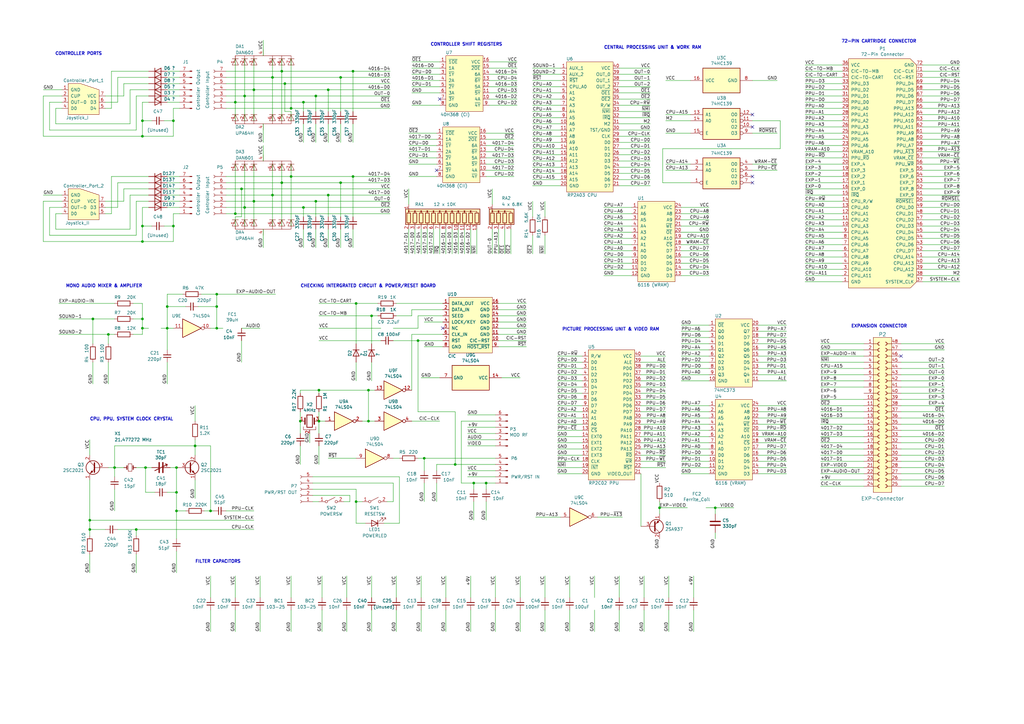
<source format=kicad_sch>
(kicad_sch (version 20211123) (generator eeschema)
  (paper "A3")
  (title_block (title "NES-CPU-11") (rev "11") (company "Nintendo Co., LTD") (comment 1 "Clean-Up by =Lockster=") (comment 2 "KiCad Schematic by Redherring32") (comment 3 "Reverse Engineered by Krzysiobal") (comment 4 "Nintendo Entertainment System (NES) Motherboard"))
  (junction (at 88.9 134.62))
  (junction (at 58.42 130.81))
  (junction (at 68.58 125.73))
  (junction (at 58.42 99.06))
  (junction (at 36.83 213.36))
  (junction (at 139.7 74.93))
  (junction (at 72.39 209.55))
  (junction (at 123.19 172.72))
  (junction (at 71.12 49.53))
  (junction (at 55.88 217.17))
  (junction (at 130.81 172.72))
  (junction (at 115.57 74.93))
  (junction (at 119.38 72.39))
  (junction (at 72.39 201.93))
  (junction (at 59.69 191.77))
  (junction (at 171.45 139.7))
  (junction (at 146.05 124.46))
  (junction (at 38.1 130.81))
  (junction (at 152.4 129.54))
  (junction (at 72.39 191.77))
  (junction (at 139.7 31.75))
  (junction (at 44.45 137.16))
  (junction (at 58.42 55.88))
  (junction (at 151.13 160.02))
  (junction (at 88.9 120.65))
  (junction (at 146.05 205.74))
  (junction (at 129.54 39.37))
  (junction (at 173.99 187.96))
  (junction (at 151.13 172.72))
  (junction (at 111.76 80.01))
  (junction (at 36.83 217.17))
  (junction (at 194.31 198.12))
  (junction (at 96.52 87.63))
  (junction (at 104.14 36.83))
  (junction (at 96.52 41.91))
  (junction (at 86.36 209.55))
  (junction (at 134.62 36.83))
  (junction (at 144.78 72.39))
  (junction (at 116.84 34.29))
  (junction (at 58.42 134.62))
  (junction (at 144.78 29.21))
  (junction (at 99.06 77.47))
  (junction (at 186.69 190.5))
  (junction (at 58.42 49.53))
  (junction (at 88.9 125.73))
  (junction (at 115.57 29.21))
  (junction (at 124.46 41.91))
  (junction (at 100.33 39.37))
  (junction (at 199.39 198.12))
  (junction (at 111.76 31.75))
  (junction (at 104.14 82.55))
  (junction (at 119.38 44.45))
  (junction (at 134.62 80.01))
  (junction (at 58.42 92.71))
  (junction (at 129.54 82.55))
  (junction (at 46.99 191.77))
  (junction (at 293.37 208.28))
  (junction (at 71.12 92.71))
  (junction (at 80.01 182.88))
  (junction (at 130.81 160.02))
  (junction (at 100.33 85.09))
  (junction (at 124.46 85.09))
  (junction (at 68.58 134.62))
  (junction (at 270.51 208.28))
  (no_connect (at 308.61 72.39))
  (no_connect (at 369.57 146.05))
  (no_connect (at 181.61 134.62))
  (no_connect (at 308.61 52.07))
  (no_connect (at 308.61 74.93))
  (no_connect (at 308.61 46.99))
  (no_connect (at 180.34 40.64))
  (no_connect (at 179.07 69.85))
  (wire (pts (xy 218.44 63.5) (xy 229.87 63.5)))
  (wire (pts (xy 393.7 44.45) (xy 378.46 44.45)))
  (wire (pts (xy 378.46 105.41) (xy 393.7 105.41)))
  (wire (pts (xy 393.7 46.99) (xy 378.46 46.99)))
  (wire (pts (xy 243.84 250.19) (xy 243.84 259.08)))
  (wire (pts (xy 107.95 58.42) (xy 107.95 50.8)))
  (wire (pts (xy 273.05 69.85) (xy 283.21 69.85)))
  (wire (pts (xy 190.5 93.98) (xy 190.5 104.14)))
  (wire (pts (xy 330.2 67.31) (xy 345.44 67.31)))
  (wire (pts (xy 80.01 204.47) (xy 80.01 196.85)))
  (wire (pts (xy 293.37 218.44) (xy 293.37 220.98)))
  (wire (pts (xy 201.93 77.47) (xy 201.93 83.82)))
  (wire (pts (xy 378.46 54.61) (xy 393.7 54.61)))
  (wire (pts (xy 223.52 250.19) (xy 223.52 259.08)))
  (wire (pts (xy 146.05 205.74) (xy 146.05 200.66)))
  (wire (pts (xy 345.44 92.71) (xy 330.2 92.71)))
  (wire (pts (xy 218.44 50.8) (xy 229.87 50.8)))
  (wire (pts (xy 182.88 93.98) (xy 182.88 104.14)))
  (wire (pts (xy 172.72 236.22) (xy 172.72 245.11)))
  (wire (pts (xy 247.65 92.71) (xy 259.08 92.71)))
  (wire (pts (xy 247.65 107.95) (xy 259.08 107.95)))
  (wire (pts (xy 175.26 104.14) (xy 175.26 93.98)))
  (wire (pts (xy 203.2 175.26) (xy 191.77 175.26)))
  (wire (pts (xy 203.2 198.12) (xy 199.39 198.12)))
  (wire (pts (xy 83.82 209.55) (xy 86.36 209.55)))
  (wire (pts (xy 43.18 217.17) (xy 36.83 217.17)))
  (wire (pts (xy 345.44 64.77) (xy 330.2 64.77)))
  (wire (pts (xy 76.2 125.73) (xy 68.58 125.73)))
  (wire (pts (xy 48.26 31.75) (xy 60.96 31.75)))
  (wire (pts (xy 96.52 88.9) (xy 99.06 88.9)))
  (wire (pts (xy 262.89 163.83) (xy 273.05 163.83)))
  (wire (pts (xy 228.6 179.07) (xy 238.76 179.07)))
  (wire (pts (xy 68.58 74.93) (xy 73.66 74.93)))
  (wire (pts (xy 168.91 137.16) (xy 181.61 137.16)))
  (wire (pts (xy 243.84 236.22) (xy 243.84 245.11)))
  (wire (pts (xy 215.9 129.54) (xy 204.47 129.54)))
  (wire (pts (xy 43.18 41.91) (xy 48.26 41.91)))
  (wire (pts (xy 201.93 93.98) (xy 201.93 104.14)))
  (wire (pts (xy 228.6 166.37) (xy 238.76 166.37)))
  (wire (pts (xy 223.52 82.55) (xy 223.52 88.9)))
  (wire (pts (xy 273.05 173.99) (xy 262.89 173.99)))
  (wire (pts (xy 180.34 93.98) (xy 180.34 104.14)))
  (wire (pts (xy 354.33 196.85) (xy 336.55 196.85)))
  (wire (pts (xy 134.62 88.9) (xy 134.62 80.01)))
  (wire (pts (xy 311.15 140.97) (xy 322.58 140.97)))
  (wire (pts (xy 148.59 205.74) (xy 146.05 205.74)))
  (wire (pts (xy 199.39 62.23) (xy 210.82 62.23)))
  (wire (pts (xy 104.14 82.55) (xy 104.14 92.71)))
  (wire (pts (xy 129.54 58.42) (xy 129.54 50.8)))
  (wire (pts (xy 279.4 171.45) (xy 290.83 171.45)))
  (wire (pts (xy 228.6 173.99) (xy 238.76 173.99)))
  (wire (pts (xy 144.78 58.42) (xy 144.78 50.8)))
  (wire (pts (xy 55.88 219.71) (xy 55.88 217.17)))
  (wire (pts (xy 228.6 191.77) (xy 238.76 191.77)))
  (wire (pts (xy 311.15 179.07) (xy 322.58 179.07)))
  (wire (pts (xy 129.54 82.55) (xy 160.02 82.55)))
  (wire (pts (xy 378.46 64.77) (xy 393.7 64.77)))
  (wire (pts (xy 290.83 87.63) (xy 279.4 87.63)))
  (wire (pts (xy 92.71 87.63) (xy 96.52 87.63)))
  (wire (pts (xy 393.7 113.03) (xy 378.46 113.03)))
  (wire (pts (xy 68.58 120.65) (xy 68.58 125.73)))
  (wire (pts (xy 207.01 93.98) (xy 207.01 104.14)))
  (wire (pts (xy 17.78 39.37) (xy 17.78 55.88)))
  (wire (pts (xy 264.16 236.22) (xy 264.16 245.11)))
  (wire (pts (xy 88.9 125.73) (xy 88.9 120.65)))
  (wire (pts (xy 54.61 130.81) (xy 58.42 130.81)))
  (wire (pts (xy 111.76 31.75) (xy 139.7 31.75)))
  (wire (pts (xy 116.84 45.72) (xy 119.38 45.72)))
  (wire (pts (xy 139.7 31.75) (xy 160.02 31.75)))
  (wire (pts (xy 151.13 160.02) (xy 153.67 160.02)))
  (wire (pts (xy 129.54 88.9) (xy 129.54 82.55)))
  (wire (pts (xy 100.33 85.09) (xy 124.46 85.09)))
  (wire (pts (xy 290.83 90.17) (xy 279.4 90.17)))
  (wire (pts (xy 167.64 57.15) (xy 179.07 57.15)))
  (wire (pts (xy 172.72 250.19) (xy 172.72 259.08)))
  (wire (pts (xy 38.1 148.59) (xy 38.1 157.48)))
  (wire (pts (xy 86.36 134.62) (xy 88.9 134.62)))
  (wire (pts (xy 254 33.02) (xy 266.7 33.02)))
  (wire (pts (xy 17.78 82.55) (xy 17.78 99.06)))
  (wire (pts (xy 254 58.42) (xy 266.7 58.42)))
  (wire (pts (xy 387.35 168.91) (xy 369.57 168.91)))
  (wire (pts (xy 378.46 115.57) (xy 393.7 115.57)))
  (wire (pts (xy 179.07 205.74) (xy 179.07 198.12)))
  (wire (pts (xy 100.33 39.37) (xy 100.33 24.13)))
  (wire (pts (xy 290.83 92.71) (xy 279.4 92.71)))
  (wire (pts (xy 378.46 41.91) (xy 393.7 41.91)))
  (wire (pts (xy 330.2 31.75) (xy 345.44 31.75)))
  (wire (pts (xy 92.71 74.93) (xy 115.57 74.93)))
  (wire (pts (xy 215.9 137.16) (xy 204.47 137.16)))
  (wire (pts (xy 68.58 31.75) (xy 73.66 31.75)))
  (wire (pts (xy 130.81 172.72) (xy 133.35 172.72)))
  (wire (pts (xy 130.81 168.91) (xy 130.81 172.72)))
  (wire (pts (xy 96.52 92.71) (xy 96.52 88.9)))
  (wire (pts (xy 71.12 44.45) (xy 71.12 49.53)))
  (wire (pts (xy 229.87 60.96) (xy 218.44 60.96)))
  (wire (pts (xy 36.83 213.36) (xy 36.83 217.17)))
  (wire (pts (xy 254 38.1) (xy 266.7 38.1)))
  (wire (pts (xy 146.05 156.21) (xy 146.05 148.59)))
  (wire (pts (xy 59.69 201.93) (xy 59.69 191.77)))
  (wire (pts (xy 73.66 87.63) (xy 71.12 87.63)))
  (wire (pts (xy 68.58 120.65) (xy 74.93 120.65)))
  (wire (pts (xy 50.8 82.55) (xy 50.8 77.47)))
  (wire (pts (xy 266.7 55.88) (xy 254 55.88)))
  (wire (pts (xy 58.42 49.53) (xy 58.42 55.88)))
  (wire (pts (xy 345.44 82.55) (xy 330.2 82.55)))
  (wire (pts (xy 179.07 193.04) (xy 179.07 190.5)))
  (wire (pts (xy 22.86 87.63) (xy 22.86 93.98)))
  (wire (pts (xy 228.6 194.31) (xy 238.76 194.31)))
  (wire (pts (xy 290.83 110.49) (xy 279.4 110.49)))
  (wire (pts (xy 48.26 85.09) (xy 48.26 74.93)))
  (wire (pts (xy 393.7 72.39) (xy 378.46 72.39)))
  (wire (pts (xy 43.18 44.45) (xy 45.72 44.45)))
  (wire (pts (xy 92.71 80.01) (xy 111.76 80.01)))
  (wire (pts (xy 387.35 148.59) (xy 369.57 148.59)))
  (wire (pts (xy 46.99 191.77) (xy 50.8 191.77)))
  (wire (pts (xy 115.57 67.31) (xy 115.57 74.93)))
  (wire (pts (xy 53.34 36.83) (xy 53.34 50.8)))
  (wire (pts (xy 210.82 64.77) (xy 199.39 64.77)))
  (wire (pts (xy 270.51 208.28) (xy 270.51 210.82)))
  (wire (pts (xy 262.89 191.77) (xy 273.05 191.77)))
  (wire (pts (xy 203.2 250.19) (xy 203.2 259.08)))
  (wire (pts (xy 247.65 85.09) (xy 259.08 85.09)))
  (wire (pts (xy 73.66 44.45) (xy 71.12 44.45)))
  (wire (pts (xy 229.87 40.64) (xy 218.44 40.64)))
  (wire (pts (xy 168.91 38.1) (xy 180.34 38.1)))
  (wire (pts (xy 55.88 82.55) (xy 55.88 96.52)))
  (wire (pts (xy 25.4 39.37) (xy 17.78 39.37)))
  (wire (pts (xy 96.52 41.91) (xy 96.52 24.13)))
  (wire (pts (xy 185.42 93.98) (xy 185.42 104.14)))
  (wire (pts (xy 204.47 93.98) (xy 204.47 104.14)))
  (wire (pts (xy 119.38 72.39) (xy 144.78 72.39)))
  (wire (pts (xy 215.9 124.46) (xy 204.47 124.46)))
  (wire (pts (xy 369.57 186.69) (xy 387.35 186.69)))
  (wire (pts (xy 20.32 41.91) (xy 25.4 41.91)))
  (wire (pts (xy 86.36 209.55) (xy 86.36 182.88)))
  (wire (pts (xy 228.6 168.91) (xy 238.76 168.91)))
  (wire (pts (xy 168.91 129.54) (xy 168.91 127)))
  (wire (pts (xy 218.44 30.48) (xy 229.87 30.48)))
  (wire (pts (xy 167.64 72.39) (xy 179.07 72.39)))
  (wire (pts (xy 311.15 171.45) (xy 322.58 171.45)))
  (wire (pts (xy 354.33 168.91) (xy 336.55 168.91)))
  (wire (pts (xy 58.42 85.09) (xy 58.42 92.71)))
  (wire (pts (xy 262.89 181.61) (xy 273.05 181.61)))
  (wire (pts (xy 247.65 113.03) (xy 259.08 113.03)))
  (wire (pts (xy 168.91 27.94) (xy 180.34 27.94)))
  (wire (pts (xy 330.2 72.39) (xy 345.44 72.39)))
  (wire (pts (xy 330.2 52.07) (xy 345.44 52.07)))
  (wire (pts (xy 228.6 161.29) (xy 238.76 161.29)))
  (wire (pts (xy 139.7 58.42) (xy 139.7 50.8)))
  (wire (pts (xy 181.61 129.54) (xy 171.45 129.54)))
  (wire (pts (xy 130.81 129.54) (xy 152.4 129.54)))
  (wire (pts (xy 387.35 140.97) (xy 369.57 140.97)))
  (wire (pts (xy 171.45 129.54) (xy 171.45 134.62)))
  (wire (pts (xy 330.2 57.15) (xy 345.44 57.15)))
  (wire (pts (xy 50.8 34.29) (xy 60.96 34.29)))
  (wire (pts (xy 378.46 100.33) (xy 393.7 100.33)))
  (wire (pts (xy 25.4 87.63) (xy 22.86 87.63)))
  (wire (pts (xy 228.6 158.75) (xy 238.76 158.75)))
  (wire (pts (xy 168.91 160.02) (xy 168.91 137.16)))
  (wire (pts (xy 378.46 110.49) (xy 393.7 110.49)))
  (wire (pts (xy 68.58 72.39) (xy 73.66 72.39)))
  (wire (pts (xy 266.7 35.56) (xy 254 35.56)))
  (wire (pts (xy 92.71 44.45) (xy 119.38 44.45)))
  (wire (pts (xy 106.68 250.19) (xy 106.68 259.08)))
  (wire (pts (xy 279.4 135.89) (xy 290.83 135.89)))
  (wire (pts (xy 152.4 156.21) (xy 152.4 148.59)))
  (wire (pts (xy 354.33 148.59) (xy 336.55 148.59)))
  (wire (pts (xy 71.12 92.71) (xy 71.12 99.06)))
  (wire (pts (xy 311.15 166.37) (xy 322.58 166.37)))
  (wire (pts (xy 162.56 129.54) (xy 168.91 129.54)))
  (wire (pts (xy 266.7 40.64) (xy 254 40.64)))
  (wire (pts (xy 387.35 189.23) (xy 369.57 189.23)))
  (wire (pts (xy 60.96 36.83) (xy 53.34 36.83)))
  (wire (pts (xy 266.7 68.58) (xy 254 68.58)))
  (wire (pts (xy 68.58 39.37) (xy 73.66 39.37)))
  (wire (pts (xy 223.52 236.22) (xy 223.52 245.11)))
  (wire (pts (xy 393.7 57.15) (xy 378.46 57.15)))
  (wire (pts (xy 115.57 29.21) (xy 115.57 24.13)))
  (wire (pts (xy 228.6 146.05) (xy 238.76 146.05)))
  (wire (pts (xy 354.33 191.77) (xy 336.55 191.77)))
  (wire (pts (xy 177.8 93.98) (xy 177.8 104.14)))
  (wire (pts (xy 182.88 250.19) (xy 182.88 259.08)))
  (wire (pts (xy 189.23 198.12) (xy 189.23 172.72)))
  (wire (pts (xy 106.68 236.22) (xy 106.68 245.11)))
  (wire (pts (xy 167.64 93.98) (xy 167.64 104.14)))
  (wire (pts (xy 100.33 85.09) (xy 100.33 92.71)))
  (wire (pts (xy 262.89 168.91) (xy 273.05 168.91)))
  (wire (pts (xy 129.54 101.6) (xy 129.54 93.98)))
  (wire (pts (xy 279.4 146.05) (xy 290.83 146.05)))
  (wire (pts (xy 17.78 55.88) (xy 58.42 55.88)))
  (wire (pts (xy 215.9 142.24) (xy 204.47 142.24)))
  (wire (pts (xy 311.15 186.69) (xy 322.58 186.69)))
  (wire (pts (xy 115.57 74.93) (xy 115.57 92.71)))
  (wire (pts (xy 199.39 57.15) (xy 210.82 57.15)))
  (wire (pts (xy 247.65 90.17) (xy 259.08 90.17)))
  (wire (pts (xy 311.15 151.13) (xy 322.58 151.13)))
  (wire (pts (xy 279.4 168.91) (xy 290.83 168.91)))
  (wire (pts (xy 311.15 194.31) (xy 322.58 194.31)))
  (wire (pts (xy 48.26 74.93) (xy 60.96 74.93)))
  (wire (pts (xy 66.04 134.62) (xy 68.58 134.62)))
  (wire (pts (xy 130.81 139.7) (xy 156.21 139.7)))
  (wire (pts (xy 187.96 93.98) (xy 187.96 104.14)))
  (wire (pts (xy 229.87 53.34) (xy 218.44 53.34)))
  (wire (pts (xy 53.34 80.01) (xy 53.34 93.98)))
  (wire (pts (xy 43.18 82.55) (xy 50.8 82.55)))
  (wire (pts (xy 60.96 85.09) (xy 58.42 85.09)))
  (wire (pts (xy 393.7 36.83) (xy 378.46 36.83)))
  (wire (pts (xy 387.35 156.21) (xy 369.57 156.21)))
  (wire (pts (xy 43.18 87.63) (xy 45.72 87.63)))
  (wire (pts (xy 88.9 134.62) (xy 88.9 125.73)))
  (wire (pts (xy 336.55 171.45) (xy 354.33 171.45)))
  (wire (pts (xy 104.14 67.31) (xy 104.14 82.55)))
  (wire (pts (xy 116.84 34.29) (xy 116.84 45.72)))
  (wire (pts (xy 279.4 191.77) (xy 290.83 191.77)))
  (wire (pts (xy 262.89 166.37) (xy 273.05 166.37)))
  (wire (pts (xy 336.55 166.37) (xy 354.33 166.37)))
  (wire (pts (xy 330.2 115.57) (xy 345.44 115.57)))
  (wire (pts (xy 273.05 67.31) (xy 283.21 67.31)))
  (wire (pts (xy 279.4 151.13) (xy 290.83 151.13)))
  (wire (pts (xy 273.05 54.61) (xy 283.21 54.61)))
  (wire (pts (xy 71.12 55.88) (xy 58.42 55.88)))
  (wire (pts (xy 99.06 77.47) (xy 160.02 77.47)))
  (wire (pts (xy 81.28 125.73) (xy 88.9 125.73)))
  (wire (pts (xy 119.38 67.31) (xy 119.38 72.39)))
  (wire (pts (xy 262.89 179.07) (xy 273.05 179.07)))
  (wire (pts (xy 273.05 171.45) (xy 262.89 171.45)))
  (wire (pts (xy 72.39 201.93) (xy 72.39 209.55)))
  (wire (pts (xy 279.4 133.35) (xy 290.83 133.35)))
  (wire (pts (xy 71.12 49.53) (xy 71.12 55.88)))
  (wire (pts (xy 229.87 45.72) (xy 218.44 45.72)))
  (wire (pts (xy 71.12 134.62) (xy 68.58 134.62)))
  (wire (pts (xy 262.89 153.67) (xy 273.05 153.67)))
  (wire (pts (xy 311.15 143.51) (xy 322.58 143.51)))
  (wire (pts (xy 172.72 93.98) (xy 172.72 104.14)))
  (wire (pts (xy 96.52 41.91) (xy 124.46 41.91)))
  (wire (pts (xy 262.89 146.05) (xy 273.05 146.05)))
  (wire (pts (xy 182.88 236.22) (xy 182.88 245.11)))
  (wire (pts (xy 290.83 105.41) (xy 279.4 105.41)))
  (wire (pts (xy 25.4 82.55) (xy 17.78 82.55)))
  (wire (pts (xy 45.72 72.39) (xy 60.96 72.39)))
  (wire (pts (xy 139.7 74.93) (xy 160.02 74.93)))
  (wire (pts (xy 228.6 184.15) (xy 238.76 184.15)))
  (wire (pts (xy 96.52 49.53) (xy 96.52 41.91)))
  (wire (pts (xy 124.46 85.09) (xy 160.02 85.09)))
  (wire (pts (xy 128.27 203.2) (xy 143.51 203.2)))
  (wire (pts (xy 104.14 36.83) (xy 134.62 36.83)))
  (wire (pts (xy 86.36 182.88) (xy 80.01 182.88)))
  (wire (pts (xy 151.13 160.02) (xy 130.81 160.02)))
  (wire (pts (xy 194.31 198.12) (xy 199.39 198.12)))
  (wire (pts (xy 311.15 189.23) (xy 322.58 189.23)))
  (wire (pts (xy 132.08 250.19) (xy 132.08 259.08)))
  (wire (pts (xy 215.9 127) (xy 204.47 127)))
  (wire (pts (xy 369.57 166.37) (xy 387.35 166.37)))
  (wire (pts (xy 146.05 187.96) (xy 134.62 187.96)))
  (wire (pts (xy 290.83 107.95) (xy 279.4 107.95)))
  (wire (pts (xy 43.18 39.37) (xy 50.8 39.37)))
  (wire (pts (xy 212.09 30.48) (xy 200.66 30.48)))
  (wire (pts (xy 336.55 156.21) (xy 354.33 156.21)))
  (wire (pts (xy 210.82 69.85) (xy 199.39 69.85)))
  (wire (pts (xy 82.55 120.65) (xy 88.9 120.65)))
  (wire (pts (xy 279.4 184.15) (xy 290.83 184.15)))
  (wire (pts (xy 203.2 236.22) (xy 203.2 245.11)))
  (wire (pts (xy 100.33 49.53) (xy 100.33 39.37)))
  (wire (pts (xy 203.2 180.34) (xy 191.77 180.34)))
  (wire (pts (xy 273.05 33.02) (xy 283.21 33.02)))
  (wire (pts (xy 378.46 34.29) (xy 393.7 34.29)))
  (wire (pts (xy 60.96 134.62) (xy 58.42 134.62)))
  (wire (pts (xy 293.37 208.28) (xy 300.99 208.28)))
  (wire (pts (xy 378.46 92.71) (xy 393.7 92.71)))
  (wire (pts (xy 124.46 58.42) (xy 124.46 50.8)))
  (wire (pts (xy 124.46 45.72) (xy 124.46 41.91)))
  (wire (pts (xy 247.65 100.33) (xy 259.08 100.33)))
  (wire (pts (xy 107.95 59.69) (xy 107.95 66.04)))
  (wire (pts (xy 68.58 85.09) (xy 73.66 85.09)))
  (wire (pts (xy 119.38 236.22) (xy 119.38 245.11)))
  (wire (pts (xy 55.88 217.17) (xy 104.14 217.17)))
  (wire (pts (xy 144.78 29.21) (xy 160.02 29.21)))
  (wire (pts (xy 228.6 163.83) (xy 238.76 163.83)))
  (wire (pts (xy 55.88 234.95) (xy 55.88 227.33)))
  (wire (pts (xy 229.87 76.2) (xy 218.44 76.2)))
  (wire (pts (xy 218.44 27.94) (xy 229.87 27.94)))
  (wire (pts (xy 100.33 67.31) (xy 100.33 85.09)))
  (wire (pts (xy 68.58 36.83) (xy 73.66 36.83)))
  (wire (pts (xy 318.77 67.31) (xy 308.61 67.31)))
  (wire (pts (xy 218.44 38.1) (xy 229.87 38.1)))
  (wire (pts (xy 279.4 140.97) (xy 290.83 140.97)))
  (wire (pts (xy 151.13 172.72) (xy 151.13 160.02)))
  (wire (pts (xy 92.71 31.75) (xy 111.76 31.75)))
  (wire (pts (xy 228.6 176.53) (xy 238.76 176.53)))
  (wire (pts (xy 247.65 97.79) (xy 259.08 97.79)))
  (wire (pts (xy 311.15 168.91) (xy 322.58 168.91)))
  (wire (pts (xy 393.7 87.63) (xy 378.46 87.63)))
  (wire (pts (xy 279.4 179.07) (xy 290.83 179.07)))
  (wire (pts (xy 213.36 236.22) (xy 213.36 245.11)))
  (wire (pts (xy 129.54 39.37) (xy 160.02 39.37)))
  (wire (pts (xy 228.6 156.21) (xy 238.76 156.21)))
  (wire (pts (xy 173.99 193.04) (xy 173.99 187.96)))
  (wire (pts (xy 71.12 87.63) (xy 71.12 92.71)))
  (wire (pts (xy 92.71 82.55) (xy 104.14 82.55)))
  (wire (pts (xy 266.7 30.48) (xy 254 30.48)))
  (wire (pts (xy 290.83 113.03) (xy 279.4 113.03)))
  (wire (pts (xy 279.4 181.61) (xy 290.83 181.61)))
  (wire (pts (xy 180.34 25.4) (xy 168.91 25.4)))
  (wire (pts (xy 168.91 33.02) (xy 180.34 33.02)))
  (wire (pts (xy 36.83 213.36) (xy 36.83 196.85)))
  (wire (pts (xy 345.44 102.87) (xy 330.2 102.87)))
  (wire (pts (xy 68.58 34.29) (xy 73.66 34.29)))
  (wire (pts (xy 58.42 92.71) (xy 58.42 99.06)))
  (wire (pts (xy 330.2 105.41) (xy 345.44 105.41)))
  (wire (pts (xy 345.44 87.63) (xy 330.2 87.63)))
  (wire (pts (xy 123.19 172.72) (xy 123.19 177.8)))
  (wire (pts (xy 60.96 39.37) (xy 55.88 39.37)))
  (wire (pts (xy 369.57 158.75) (xy 387.35 158.75)))
  (wire (pts (xy 393.7 102.87) (xy 378.46 102.87)))
  (wire (pts (xy 111.76 80.01) (xy 111.76 92.71)))
  (wire (pts (xy 279.4 173.99) (xy 290.83 173.99)))
  (wire (pts (xy 179.07 64.77) (xy 167.64 64.77)))
  (wire (pts (xy 330.2 95.25) (xy 345.44 95.25)))
  (wire (pts (xy 119.38 72.39) (xy 119.38 92.71)))
  (wire (pts (xy 72.39 201.93) (xy 68.58 201.93)))
  (wire (pts (xy 311.15 138.43) (xy 322.58 138.43)))
  (wire (pts (xy 336.55 184.15) (xy 354.33 184.15)))
  (wire (pts (xy 393.7 67.31) (xy 378.46 67.31)))
  (wire (pts (xy 46.99 209.55) (xy 46.99 200.66)))
  (wire (pts (xy 181.61 142.24) (xy 173.99 142.24)))
  (wire (pts (xy 88.9 120.65) (xy 113.03 120.65)))
  (wire (pts (xy 181.61 132.08) (xy 173.99 132.08)))
  (wire (pts (xy 387.35 153.67) (xy 369.57 153.67)))
  (wire (pts (xy 320.04 60.96) (xy 320.04 49.53)))
  (wire (pts (xy 203.2 193.04) (xy 191.77 193.04)))
  (wire (pts (xy 262.89 176.53) (xy 273.05 176.53)))
  (wire (pts (xy 311.15 135.89) (xy 322.58 135.89)))
  (wire (pts (xy 44.45 140.97) (xy 44.45 137.16)))
  (wire (pts (xy 279.4 138.43) (xy 290.83 138.43)))
  (wire (pts (xy 67.31 92.71) (xy 71.12 92.71)))
  (wire (pts (xy 104.14 209.55) (xy 92.71 209.55)))
  (wire (pts (xy 330.2 26.67) (xy 345.44 26.67)))
  (wire (pts (xy 58.42 134.62) (xy 58.42 137.16)))
  (wire (pts (xy 273.05 49.53) (xy 283.21 49.53)))
  (wire (pts (xy 161.29 134.62) (xy 171.45 134.62)))
  (wire (pts (xy 50.8 77.47) (xy 60.96 77.47)))
  (wire (pts (xy 180.34 172.72) (xy 168.91 172.72)))
  (wire (pts (xy 311.15 153.67) (xy 322.58 153.67)))
  (wire (pts (xy 144.78 72.39) (xy 160.02 72.39)))
  (wire (pts (xy 167.64 77.47) (xy 167.64 83.82)))
  (wire (pts (xy 393.7 62.23) (xy 378.46 62.23)))
  (wire (pts (xy 72.39 191.77) (xy 72.39 201.93)))
  (wire (pts (xy 92.71 39.37) (xy 100.33 39.37)))
  (wire (pts (xy 218.44 43.18) (xy 229.87 43.18)))
  (wire (pts (xy 134.62 45.72) (xy 134.62 36.83)))
  (wire (pts (xy 290.83 100.33) (xy 279.4 100.33)))
  (wire (pts (xy 92.71 34.29) (xy 116.84 34.29)))
  (wire (pts (xy 271.78 74.93) (xy 271.78 60.96)))
  (wire (pts (xy 213.36 250.19) (xy 213.36 259.08)))
  (wire (pts (xy 270.51 205.74) (xy 270.51 208.28)))
  (wire (pts (xy 152.4 140.97) (xy 152.4 129.54)))
  (wire (pts (xy 218.44 48.26) (xy 229.87 48.26)))
  (wire (pts (xy 180.34 35.56) (xy 168.91 35.56)))
  (wire (pts (xy 262.89 194.31) (xy 262.89 215.9)))
  (wire (pts (xy 200.66 38.1) (xy 212.09 38.1)))
  (wire (pts (xy 58.42 130.81) (xy 58.42 134.62)))
  (wire (pts (xy 158.75 205.74) (xy 161.29 205.74)))
  (wire (pts (xy 86.36 209.55) (xy 87.63 209.55)))
  (wire (pts (xy 124.46 101.6) (xy 124.46 93.98)))
  (wire (pts (xy 354.33 173.99) (xy 336.55 173.99)))
  (wire (pts (xy 162.56 236.22) (xy 162.56 245.11)))
  (wire (pts (xy 134.62 36.83) (xy 160.02 36.83)))
  (wire (pts (xy 247.65 87.63) (xy 259.08 87.63)))
  (wire (pts (xy 218.44 35.56) (xy 229.87 35.56)))
  (wire (pts (xy 290.83 102.87) (xy 279.4 102.87)))
  (wire (pts (xy 60.96 82.55) (xy 55.88 82.55)))
  (wire (pts (xy 345.44 59.69) (xy 330.2 59.69)))
  (wire (pts (xy 200.66 27.94) (xy 212.09 27.94)))
  (wire (pts (xy 247.65 110.49) (xy 259.08 110.49)))
  (wire (pts (xy 336.55 140.97) (xy 354.33 140.97)))
  (wire (pts (xy 387.35 173.99) (xy 369.57 173.99)))
  (wire (pts (xy 345.44 44.45) (xy 330.2 44.45)))
  (wire (pts (xy 25.4 36.83) (xy 17.78 36.83)))
  (wire (pts (xy 345.44 39.37) (xy 330.2 39.37)))
  (wire (pts (xy 144.78 88.9) (xy 144.78 72.39)))
  (wire (pts (xy 58.42 49.53) (xy 62.23 49.53)))
  (wire (pts (xy 271.78 60.96) (xy 320.04 60.96)))
  (wire (pts (xy 24.13 137.16) (xy 44.45 137.16)))
  (wire (pts (xy 80.01 180.34) (xy 80.01 182.88)))
  (wire (pts (xy 146.05 140.97) (xy 146.05 124.46)))
  (wire (pts (xy 25.4 80.01) (xy 17.78 80.01)))
  (wire (pts (xy 203.2 177.8) (xy 191.77 177.8)))
  (wire (pts (xy 163.83 214.63) (xy 157.48 214.63)))
  (wire (pts (xy 80.01 182.88) (xy 46.99 182.88)))
  (wire (pts (xy 55.88 39.37) (xy 55.88 53.34)))
  (wire (pts (xy 266.7 66.04) (xy 254 66.04)))
  (wire (pts (xy 212.09 25.4) (xy 200.66 25.4)))
  (wire (pts (xy 115.57 29.21) (xy 115.57 49.53)))
  (wire (pts (xy 139.7 45.72) (xy 139.7 31.75)))
  (wire (pts (xy 60.96 41.91) (xy 58.42 41.91)))
  (wire (pts (xy 336.55 176.53) (xy 354.33 176.53)))
  (wire (pts (xy 152.4 236.22) (xy 152.4 245.11)))
  (wire (pts (xy 345.44 113.03) (xy 330.2 113.03)))
  (wire (pts (xy 378.46 59.69) (xy 393.7 59.69)))
  (wire (pts (xy 179.07 59.69) (xy 167.64 59.69)))
  (wire (pts (xy 58.42 124.46) (xy 54.61 124.46)))
  (wire (pts (xy 318.77 54.61) (xy 308.61 54.61)))
  (wire (pts (xy 330.2 110.49) (xy 345.44 110.49)))
  (wire (pts (xy 393.7 26.67) (xy 378.46 26.67)))
  (wire (pts (xy 354.33 163.83) (xy 336.55 163.83)))
  (wire (pts (xy 115.57 29.21) (xy 144.78 29.21)))
  (wire (pts (xy 354.33 179.07) (xy 336.55 179.07)))
  (wire (pts (xy 144.78 45.72) (xy 144.78 29.21)))
  (wire (pts (xy 72.39 226.06) (xy 72.39 234.95)))
  (wire (pts (xy 161.29 139.7) (xy 171.45 139.7)))
  (wire (pts (xy 58.42 92.71) (xy 62.23 92.71)))
  (wire (pts (xy 130.81 134.62) (xy 156.21 134.62)))
  (wire (pts (xy 284.48 250.19) (xy 284.48 259.08)))
  (wire (pts (xy 107.95 16.51) (xy 107.95 22.86)))
  (wire (pts (xy 68.58 134.62) (xy 68.58 143.51)))
  (wire (pts (xy 262.89 161.29) (xy 273.05 161.29)))
  (wire (pts (xy 354.33 143.51) (xy 336.55 143.51)))
  (wire (pts (xy 223.52 104.14) (xy 223.52 96.52)))
  (wire (pts (xy 68.58 80.01) (xy 73.66 80.01)))
  (wire (pts (xy 199.39 67.31) (xy 210.82 67.31)))
  (wire (pts (xy 46.99 182.88) (xy 46.99 191.77)))
  (wire (pts (xy 247.65 95.25) (xy 259.08 95.25)))
  (wire (pts (xy 69.85 191.77) (xy 72.39 191.77)))
  (wire (pts (xy 345.44 97.79) (xy 330.2 97.79)))
  (wire (pts (xy 369.57 163.83) (xy 387.35 163.83)))
  (wire (pts (xy 162.56 124.46) (xy 181.61 124.46)))
  (wire (pts (xy 20.32 85.09) (xy 25.4 85.09)))
  (wire (pts (xy 218.44 68.58) (xy 229.87 68.58)))
  (wire (pts (xy 100.33 39.37) (xy 129.54 39.37)))
  (wire (pts (xy 378.46 74.93) (xy 393.7 74.93)))
  (wire (pts (xy 274.32 236.22) (xy 274.32 245.11)))
  (wire (pts (xy 290.83 97.79) (xy 279.4 97.79)))
  (wire (pts (xy 311.15 173.99) (xy 322.58 173.99)))
  (wire (pts (xy 228.6 148.59) (xy 238.76 148.59)))
  (wire (pts (xy 336.55 151.13) (xy 354.33 151.13)))
  (wire (pts (xy 167.64 62.23) (xy 179.07 62.23)))
  (wire (pts (xy 104.14 82.55) (xy 129.54 82.55)))
  (wire (pts (xy 218.44 73.66) (xy 229.87 73.66)))
  (wire (pts (xy 92.71 77.47) (xy 99.06 77.47)))
  (wire (pts (xy 345.44 29.21) (xy 330.2 29.21)))
  (wire (pts (xy 92.71 85.09) (xy 100.33 85.09)))
  (wire (pts (xy 195.58 93.98) (xy 195.58 104.14)))
  (wire (pts (xy 311.15 176.53) (xy 322.58 176.53)))
  (wire (pts (xy 262.89 156.21) (xy 273.05 156.21)))
  (wire (pts (xy 336.55 146.05) (xy 354.33 146.05)))
  (wire (pts (xy 247.65 105.41) (xy 259.08 105.41)))
  (wire (pts (xy 215.9 132.08) (xy 204.47 132.08)))
  (wire (pts (xy 266.7 76.2) (xy 254 76.2)))
  (wire (pts (xy 199.39 200.66) (xy 199.39 198.12)))
  (wire (pts (xy 154.94 129.54) (xy 152.4 129.54)))
  (wire (pts (xy 111.76 24.13) (xy 111.76 31.75)))
  (wire (pts (xy 99.06 139.7) (xy 99.06 148.59)))
  (wire (pts (xy 254 250.19) (xy 254 259.08)))
  (wire (pts (xy 180.34 154.94) (xy 172.72 154.94)))
  (wire (pts (xy 68.58 29.21) (xy 73.66 29.21)))
  (wire (pts (xy 119.38 45.72) (xy 119.38 49.53)))
  (wire (pts (xy 179.07 54.61) (xy 167.64 54.61)))
  (wire (pts (xy 279.4 156.21) (xy 290.83 156.21)))
  (wire (pts (xy 311.15 181.61) (xy 322.58 181.61)))
  (wire (pts (xy 330.2 46.99) (xy 345.44 46.99)))
  (wire (pts (xy 311.15 184.15) (xy 322.58 184.15)))
  (wire (pts (xy 134.62 58.42) (xy 134.62 50.8)))
  (wire (pts (xy 168.91 43.18) (xy 180.34 43.18)))
  (wire (pts (xy 336.55 194.31) (xy 354.33 194.31)))
  (wire (pts (xy 116.84 34.29) (xy 160.02 34.29)))
  (wire (pts (xy 262.89 186.69) (xy 273.05 186.69)))
  (wire (pts (xy 279.4 189.23) (xy 290.83 189.23)))
  (wire (pts (xy 393.7 29.21) (xy 378.46 29.21)))
  (wire (pts (xy 139.7 88.9) (xy 139.7 74.93)))
  (wire (pts (xy 345.44 80.01) (xy 330.2 80.01)))
  (wire (pts (xy 123.19 160.02) (xy 123.19 161.29)))
  (wire (pts (xy 96.52 67.31) (xy 96.52 87.63)))
  (wire (pts (xy 203.2 170.18) (xy 191.77 170.18)))
  (wire (pts (xy 320.04 49.53) (xy 308.61 49.53)))
  (wire (pts (xy 266.7 48.26) (xy 254 48.26)))
  (wire (pts (xy 130.81 172.72) (xy 130.81 177.8)))
  (wire (pts (xy 104.14 36.83) (xy 104.14 24.13)))
  (wire (pts (xy 203.2 182.88) (xy 191.77 182.88)))
  (wire (pts (xy 186.69 168.91) (xy 186.69 190.5)))
  (wire (pts (xy 378.46 80.01) (xy 393.7 80.01)))
  (wire (pts (xy 24.13 130.81) (xy 38.1 130.81)))
  (wire (pts (xy 212.09 35.56) (xy 200.66 35.56)))
  (wire (pts (xy 48.26 41.91) (xy 48.26 31.75)))
  (wire (pts (xy 44.45 191.77) (xy 46.99 191.77)))
  (wire (pts (xy 279.4 176.53) (xy 290.83 176.53)))
  (wire (pts (xy 92.71 72.39) (xy 119.38 72.39)))
  (wire (pts (xy 161.29 198.12) (xy 128.27 198.12)))
  (wire (pts (xy 104.14 213.36) (xy 36.83 213.36)))
  (wire (pts (xy 152.4 250.19) (xy 152.4 259.08)))
  (wire (pts (xy 194.31 200.66) (xy 194.31 198.12)))
  (wire (pts (xy 193.04 250.19) (xy 193.04 259.08)))
  (wire (pts (xy 354.33 186.69) (xy 336.55 186.69)))
  (wire (pts (xy 378.46 39.37) (xy 393.7 39.37)))
  (wire (pts (xy 218.44 33.02) (xy 229.87 33.02)))
  (wire (pts (xy 129.54 45.72) (xy 129.54 39.37)))
  (wire (pts (xy 99.06 134.62) (xy 106.68 134.62)))
  (wire (pts (xy 228.6 189.23) (xy 238.76 189.23)))
  (wire (pts (xy 130.81 190.5) (xy 130.81 182.88)))
  (wire (pts (xy 393.7 82.55) (xy 378.46 82.55)))
  (wire (pts (xy 318.77 69.85) (xy 308.61 69.85)))
  (wire (pts (xy 46.99 191.77) (xy 46.99 195.58)))
  (wire (pts (xy 130.81 161.29) (xy 130.81 160.02)))
  (wire (pts (xy 186.69 190.5) (xy 203.2 190.5)))
  (wire (pts (xy 124.46 88.9) (xy 124.46 85.09)))
  (wire (pts (xy 161.29 205.74) (xy 161.29 198.12)))
  (wire (pts (xy 213.36 154.94) (xy 205.74 154.94)))
  (wire (pts (xy 168.91 127) (xy 181.61 127)))
  (wire (pts (xy 345.44 54.61) (xy 330.2 54.61)))
  (wire (pts (xy 378.46 49.53) (xy 393.7 49.53)))
  (wire (pts (xy 80.01 166.37) (xy 80.01 172.72)))
  (wire (pts (xy 92.71 29.21) (xy 115.57 29.21)))
  (wire (pts (xy 71.12 99.06) (xy 58.42 99.06)))
  (wire (pts (xy 20.32 53.34) (xy 20.32 41.91)))
  (wire (pts (xy 104.14 49.53) (xy 104.14 36.83)))
  (wire (pts (xy 274.32 250.19) (xy 274.32 259.08)))
  (wire (pts (xy 200.66 43.18) (xy 212.09 43.18)))
  (wire (pts (xy 45.72 87.63) (xy 45.72 72.39)))
  (wire (pts (xy 55.88 53.34) (xy 20.32 53.34)))
  (wire (pts (xy 128.27 195.58) (xy 163.83 195.58)))
  (wire (pts (xy 123.19 160.02) (xy 130.81 160.02)))
  (wire (pts (xy 229.87 71.12) (xy 218.44 71.12)))
  (wire (pts (xy 311.15 148.59) (xy 322.58 148.59)))
  (wire (pts (xy 336.55 199.39) (xy 354.33 199.39)))
  (wire (pts (xy 68.58 41.91) (xy 73.66 41.91)))
  (wire (pts (xy 393.7 97.79) (xy 378.46 97.79)))
  (wire (pts (xy 266.7 27.94) (xy 254 27.94)))
  (wire (pts (xy 284.48 236.22) (xy 284.48 245.11)))
  (wire (pts (xy 219.71 212.09) (xy 229.87 212.09)))
  (wire (pts (xy 43.18 85.09) (xy 48.26 85.09)))
  (wire (pts (xy 96.52 87.63) (xy 160.02 87.63)))
  (wire (pts (xy 266.7 63.5) (xy 254 63.5)))
  (wire (pts (xy 262.89 189.23) (xy 273.05 189.23)))
  (wire (pts (xy 44.45 148.59) (xy 44.45 157.48)))
  (wire (pts (xy 262.89 148.59) (xy 273.05 148.59)))
  (wire (pts (xy 54.61 137.16) (xy 58.42 137.16)))
  (wire (pts (xy 55.88 191.77) (xy 59.69 191.77)))
  (wire (pts (xy 266.7 50.8) (xy 254 50.8)))
  (wire (pts (xy 254 236.22) (xy 254 245.11)))
  (wire (pts (xy 345.44 74.93) (xy 330.2 74.93)))
  (wire (pts (xy 387.35 161.29) (xy 369.57 161.29)))
  (wire (pts (xy 170.18 104.14) (xy 170.18 93.98)))
  (wire (pts (xy 96.52 250.19) (xy 96.52 259.08)))
  (wire (pts (xy 119.38 250.19) (xy 119.38 259.08)))
  (wire (pts (xy 279.4 194.31) (xy 290.83 194.31)))
  (wire (pts (xy 330.2 77.47) (xy 345.44 77.47)))
  (wire (pts (xy 290.83 95.25) (xy 279.4 95.25)))
  (wire (pts (xy 228.6 171.45) (xy 238.76 171.45)))
  (wire (pts (xy 142.24 236.22) (xy 142.24 245.11)))
  (wire (pts (xy 171.45 187.96) (xy 173.99 187.96)))
  (wire (pts (xy 266.7 53.34) (xy 254 53.34)))
  (wire (pts (xy 200.66 33.02) (xy 212.09 33.02)))
  (wire (pts (xy 354.33 158.75) (xy 336.55 158.75)))
  (wire (pts (xy 393.7 52.07) (xy 378.46 52.07)))
  (wire (pts (xy 266.7 73.66) (xy 254 73.66)))
  (wire (pts (xy 22.86 44.45) (xy 22.86 50.8)))
  (wire (pts (xy 86.36 236.22) (xy 86.36 245.11)))
  (wire (pts (xy 68.58 125.73) (xy 68.58 134.62)))
  (wire (pts (xy 247.65 102.87) (xy 259.08 102.87)))
  (wire (pts (xy 283.21 74.93) (xy 271.78 74.93)))
  (wire (pts (xy 58.42 130.81) (xy 58.42 124.46)))
  (wire (pts (xy 58.42 41.91) (xy 58.42 49.53)))
  (wire (pts (xy 369.57 143.51) (xy 387.35 143.51)))
  (wire (pts (xy 67.31 49.53) (xy 71.12 49.53)))
  (wire (pts (xy 369.57 181.61) (xy 387.35 181.61)))
  (wire (pts (xy 281.94 208.28) (xy 270.51 208.28)))
  (wire (pts (xy 218.44 55.88) (xy 229.87 55.88)))
  (wire (pts (xy 167.64 67.31) (xy 179.07 67.31)))
  (wire (pts (xy 336.55 189.23) (xy 354.33 189.23)))
  (wire (pts (xy 119.38 24.13) (xy 119.38 44.45)))
  (wire (pts (xy 45.72 29.21) (xy 60.96 29.21)))
  (wire (pts (xy 119.38 44.45) (xy 160.02 44.45)))
  (wire (pts (xy 173.99 187.96) (xy 203.2 187.96)))
  (wire (pts (xy 72.39 209.55) (xy 76.2 209.55)))
  (wire (pts (xy 45.72 44.45) (xy 45.72 29.21)))
  (wire (pts (xy 151.13 172.72) (xy 153.67 172.72)))
  (wire (pts (xy 203.2 195.58) (xy 191.77 195.58)))
  (wire (pts (xy 142.24 250.19) (xy 142.24 259.08)))
  (wire (pts (xy 330.2 36.83) (xy 345.44 36.83)))
  (wire (pts (xy 369.57 194.31) (xy 387.35 194.31)))
  (wire (pts (xy 38.1 130.81) (xy 46.99 130.81)))
  (wire (pts (xy 20.32 96.52) (xy 20.32 85.09)))
  (wire (pts (xy 387.35 179.07) (xy 369.57 179.07)))
  (wire (pts (xy 266.7 60.96) (xy 254 60.96)))
  (wire (pts (xy 127 177.8) (xy 127 181.61)))
  (wire (pts (xy 25.4 44.45) (xy 22.86 44.45)))
  (wire (pts (xy 111.76 31.75) (xy 111.76 49.53)))
  (wire (pts (xy 193.04 93.98) (xy 193.04 104.14)))
  (wire (pts (xy 128.27 205.74) (xy 130.81 205.74)))
  (wire (pts (xy 345.44 107.95) (xy 330.2 107.95)))
  (wire (pts (xy 146.05 124.46) (xy 154.94 124.46)))
  (wire (pts (xy 254 45.72) (xy 266.7 45.72)))
  (wire (pts (xy 378.46 85.09) (xy 393.7 85.09)))
  (wire (pts (xy 162.56 250.19) (xy 162.56 259.08)))
  (wire (pts (xy 345.44 69.85) (xy 330.2 69.85)))
  (wire (pts (xy 132.08 236.22) (xy 132.08 245.11)))
  (wire (pts (xy 22.86 93.98) (xy 53.34 93.98)))
  (wire (pts (xy 163.83 195.58) (xy 163.83 214.63)))
  (wire (pts (xy 228.6 153.67) (xy 238.76 153.67)))
  (wire (pts (xy 354.33 153.67) (xy 336.55 153.67)))
  (wire (pts (xy 63.5 201.93) (xy 59.69 201.93)))
  (wire (pts (xy 107.95 101.6) (xy 107.95 93.98)))
  (wire (pts (xy 212.09 40.64) (xy 200.66 40.64)))
  (wire (pts (xy 189.23 198.12) (xy 194.31 198.12)))
  (wire (pts (xy 115.57 74.93) (xy 139.7 74.93)))
  (wire (pts (xy 91.44 134.62) (xy 88.9 134.62)))
  (wire (pts (xy 228.6 181.61) (xy 238.76 181.61)))
  (wire (pts (xy 273.05 46.99) (xy 283.21 46.99)))
  (wire (pts (xy 171.45 139.7) (xy 171.45 168.91)))
  (wire (pts (xy 171.45 168.91) (xy 186.69 168.91)))
  (wire (pts (xy 210.82 54.61) (xy 199.39 54.61)))
  (wire (pts (xy 123.19 190.5) (xy 123.19 182.88)))
  (wire (pts (xy 148.59 172.72) (xy 151.13 172.72)))
  (wire (pts (xy 180.34 30.48) (xy 168.91 30.48)))
  (wire (pts (xy 354.33 181.61) (xy 336.55 181.61)))
  (wire (pts (xy 194.31 213.36) (xy 194.31 205.74)))
  (wire (pts (xy 17.78 99.06) (xy 58.42 99.06)))
  (wire (pts (xy 173.99 205.74) (xy 173.99 198.12)))
  (wire (pts (xy 322.58 133.35) (xy 311.15 133.35)))
  (wire (pts (xy 24.13 124.46) (xy 46.99 124.46)))
  (wire (pts (xy 228.6 151.13) (xy 238.76 151.13)))
  (wire (pts (xy 60.96 80.01) (xy 53.34 80.01)))
  (wire (pts (xy 330.2 41.91) (xy 345.44 41.91)))
  (wire (pts (xy 266.7 71.12) (xy 254 71.12)))
  (wire (pts (xy 245.11 212.09) (xy 255.27 212.09)))
  (wire (pts (xy 330.2 62.23) (xy 345.44 62.23)))
  (wire (pts (xy 290.83 85.09) (xy 279.4 85.09)))
  (wire (pts (xy 189.23 172.72) (xy 203.2 172.72)))
  (wire (pts (xy 68.58 148.59) (xy 68.58 157.48)))
  (wire (pts (xy 36.83 217.17) (xy 36.83 219.71)))
  (wire (pts (xy 378.46 90.17) (xy 393.7 90.17)))
  (wire (pts (xy 369.57 171.45) (xy 387.35 171.45)))
  (wire (pts (xy 144.78 101.6) (xy 144.78 93.98)))
  (wire (pts (xy 279.4 153.67) (xy 290.83 153.67)))
  (wire (pts (xy 59.69 191.77) (xy 62.23 191.77)))
  (wire (pts (xy 80.01 186.69) (xy 80.01 182.88)))
  (wire (pts (xy 393.7 31.75) (xy 378.46 31.75)))
  (wire (pts (xy 111.76 67.31) (xy 111.76 80.01)))
  (wire (pts (xy 215.9 134.62) (xy 204.47 134.62)))
  (wire (pts (xy 68.58 77.47) (xy 73.66 77.47)))
  (wire (pts (xy 393.7 77.47) (xy 378.46 77.47)))
  (wire (pts (xy 215.9 139.7) (xy 204.47 139.7)))
  (wire (pts (xy 311.15 191.77) (xy 322.58 191.77)))
  (wire (pts (xy 36.83 180.34) (xy 36.83 186.69)))
  (wire (pts (xy 266.7 43.18) (xy 254 43.18)))
  (wire (pts (xy 134.62 80.01) (xy 160.02 80.01)))
  (wire (pts (xy 311.15 156.21) (xy 322.58 156.21)))
  (wire (pts (xy 369.57 199.39) (xy 387.35 199.39)))
  (wire (pts (xy 99.06 88.9) (xy 99.06 77.47)))
  (wire (pts (xy 369.57 191.77) (xy 387.35 191.77)))
  (wire (pts (xy 330.2 100.33) (xy 345.44 100.33)))
  (wire (pts (xy 279.4 143.51) (xy 290.83 143.51)))
  (wire (pts (xy 130.81 124.46) (xy 146.05 124.46)))
  (wire (pts (xy 369.57 151.13) (xy 387.35 151.13)))
  (wire (pts (xy 22.86 50.8) (xy 53.34 50.8)))
  (wire (pts (xy 308.61 33.02) (xy 318.77 33.02)))
  (wire (pts (xy 262.89 158.75) (xy 273.05 158.75)))
  (wire (pts (xy 92.71 41.91) (xy 96.52 41.91)))
  (wire (pts (xy 229.87 66.04) (xy 218.44 66.04)))
  (wire (pts (xy 199.39 72.39) (xy 210.82 72.39)))
  (wire (pts (xy 262.89 184.15) (xy 273.05 184.15)))
  (wire (pts (xy 279.4 148.59) (xy 290.83 148.59)))
  (wire (pts (xy 143.51 205.74) (xy 140.97 205.74)))
  (wire (pts (xy 161.29 187.96) (xy 163.83 187.96)))
  (wire (pts (xy 279.4 186.69) (xy 290.83 186.69)))
  (wire (pts (xy 293.37 208.28) (xy 293.37 210.82)))
  (wire (pts (xy 289.56 208.28) (xy 293.37 208.28)))
  (wire (pts (xy 92.71 36.83) (xy 104.14 36.83)))
  (wire (pts (xy 38.1 140.97) (xy 38.1 130.81)))
  (wire (pts (xy 134.62 101.6) (xy 134.62 93.98)))
  (wire (pts (xy 218.44 58.42) (xy 229.87 58.42)))
  (wire (pts (xy 48.26 217.17) (xy 55.88 217.17)))
  (wire (pts (xy 139.7 101.6) (xy 139.7 93.98)))
  (wire (pts (xy 264.16 250.19) (xy 264.16 259.08)))
  (wire (pts (xy 311.15 146.05) (xy 322.58 146.05)))
  (wire (pts (xy 146.05 214.63) (xy 149.86 214.63)))
  (wire (pts (xy 218.44 82.55) (xy 218.44 88.9)))
  (wire (pts (xy 36.83 234.95) (xy 36.83 227.33)))
  (wire (pts (xy 330.2 90.17) (xy 345.44 90.17)))
  (wire (pts (xy 123.19 168.91) (xy 123.19 172.72)))
  (wire (pts (xy 146.05 205.74) (xy 146.05 214.63)))
  (wire (pts (xy 143.51 203.2) (xy 143.51 205.74)))
  (wire (pts (xy 218.44 104.14) (xy 218.44 96.52)))
  (wire (pts (xy 279.4 166.37) (xy 290.83 166.37)))
  (wire (pts (xy 387.35 196.85) (xy 369.57 196.85)))
  (wire (pts (xy 330.2 85.09) (xy 345.44 85.09)))
  (wire (pts (xy 111.76 80.01) (xy 134.62 80.01)))
  (wire (pts (xy 345.44 49.53) (xy 330.2 49.53)))
  (wire (pts (xy 171.45 139.7) (xy 181.61 139.7)))
  (wire (pts (xy 387.35 184.15) (xy 369.57 184.15)))
  (wire (pts (xy 228.6 186.69) (xy 238.76 186.69)))
  (wire (pts (xy 262.89 151.13) (xy 273.05 151.13)))
  (wire (pts (xy 55.88 96.52) (xy 20.32 96.52)))
  (wire (pts (xy 378.46 95.25) (xy 393.7 95.25)))
  (wire (pts (xy 369.57 176.53) (xy 387.35 176.53)))
  (wire (pts (xy 233.68 236.22) (xy 233.68 245.11)))
  (wire (pts (xy 179.07 190.5) (xy 186.69 190.5)))
  (wire (pts (xy 233.68 250.19) (xy 233.68 259.08)))
  (wire (pts (xy 86.36 250.19) (xy 86.36 259.08)))
  (wire (pts (xy 393.7 107.95) (xy 378.46 107.95)))
  (wire (pts (xy 68.58 82.55) (xy 73.66 82.55)))
  (wire (pts (xy 210.82 59.69) (xy 199.39 59.69)))
  (wire (pts (xy 199.39 213.36) (xy 199.39 205.74)))
  (wire (pts (xy 378.46 69.85) (xy 393.7 69.85)))
  (wire (pts (xy 72.39 209.55) (xy 72.39 220.98)))
  (wire (pts (xy 44.45 137.16) (xy 46.99 137.16)))
  (wire (pts (xy 124.46 41.91) (xy 160.02 41.91)))
  (wire (pts (xy 96.52 236.22) (xy 96.52 245.11)))
  (wire (pts (xy 146.05 200.66) (xy 128.27 200.66)))
  (wire (pts (xy 50.8 39.37) (xy 50.8 34.29)))
  (wire (pts (xy 345.44 34.29) (xy 330.2 34.29)))
  (wire (pts (xy 193.04 236.22) (xy 193.04 245.11)))
  (wire (pts (xy 209.55 93.98) (xy 209.55 104.14)))
  (text "PICTURE PROCESSING UNIT & VIDEO RAM" (at 270.51 135.89 180) (effects (font (size 1.27 1.27) (thickness 0.254) bold) (justify right bottom)))
  (text "MONO AUDIO MIXER & AMPLIFER" (at 58.42 118.11 180) (effects (font (size 1.27 1.27) (thickness 0.254) bold) (justify right bottom)))
  (text "72-PIN CARTRIDGE CONNECTOR" (at 375.92 17.78 180) (effects (font (size 1.27 1.27) (thickness 0.254) bold) (justify right bottom)))
  (text "CHECKING INTERGRATED CIRCUIT & POWER/RESET BOARD" (at 123.19 118.11 0) (effects (font (size 1.27 1.27) (thickness 0.254) bold) (justify left bottom)))
  (text "CONTROLLER SHIFT REGISTERS" (at 176.53 19.05 0) (effects (font (size 1.27 1.27) (thickness 0.254) bold) (justify left bottom)))
  (text "CPU, PPU, SYSTEM CLOCK CRYSTAL" (at 71.12 172.72 180) (effects (font (size 1.27 1.27) (thickness 0.254) bold) (justify right bottom)))
  (text "CENTRAL PROCESSING UNIT & WORK RAM" (at 247.65 20.32 0) (effects (font (size 1.27 1.27) (thickness 0.254) bold) (justify left bottom)))
  (text "EXPANSION CONNECTOR" (at 372.11 134.62 180) (effects (font (size 1.27 1.27) (thickness 0.254) bold) (justify right bottom)))
  (text "FILTER CAPACITORS" (at 80.01 231.14 0) (effects (font (size 1.27 1.27) (thickness 0.254) bold) (justify left bottom)))
  (text "CONTROLLER PORTS" (at 41.91 22.86 180) (effects (font (size 1.27 1.27) (thickness 0.254) bold) (justify right bottom)))
  (label "CPU-A1" (at 228.6 171.45 0))
  (label "PPU-A4" (at 330.2 54.61 0))
  (label "~{OE2}" (at 266.7 40.64 180))
  (label "CPU-A1" (at 247.65 100.33 0))
  (label "PPU-~{A13}" (at 393.7 62.23 180))
  (label "GND" (at 228.6 184.15 0))
  (label "CPU-A1" (at 330.2 87.63 0))
  (label "VCC" (at 273.05 33.02 0))
  (label "~{OE1}" (at 387.35 176.53 180))
  (label "CPU-D5" (at 228.6 161.29 0))
  (label "PPU-~{RD}" (at 322.58 176.53 180))
  (label "PPU-A10" (at 393.7 49.53 180))
  (label "CPU-D4" (at 210.82 62.23 180))
  (label "PPU-D6" (at 273.05 166.37 180))
  (label "GND" (at 191.77 170.18 0))
  (label "GND" (at 144.78 101.6 90))
  (label "CPU-D2" (at 393.7 90.17 180))
  (label "CPU-D3" (at 212.09 38.1 180))
  (label "GND" (at 134.62 58.42 90))
  (label "CPU-D2" (at 247.65 110.49 0))
  (label "4016-D0" (at 185.42 104.14 90))
  (label "PPU-A2" (at 279.4 179.07 0))
  (label "CPU-A11" (at 330.2 113.03 0))
  (label "PPU-D5" (at 393.7 36.83 180))
  (label "CPU-A13" (at 218.44 68.58 0))
  (label "PPU-A11" (at 393.7 52.07 180))
  (label "CPU-D7" (at 393.7 102.87 180))
  (label "~{RST}" (at 134.62 187.96 0))
  (label "4016-D0" (at 387.35 173.99 180))
  (label "EXP-9" (at 336.55 153.67 0))
  (label "PPU-D2" (at 279.4 191.77 0))
  (label "CPU-D1" (at 266.7 60.96 180))
  (label "4017-D3" (at 160.02 74.93 180))
  (label "GND" (at 247.65 113.03 0))
  (label "4017-D0" (at 170.18 104.14 90))
  (label "~{IRQ}" (at 180.34 104.14 90))
  (label "PPU-A9" (at 322.58 171.45 180))
  (label "EXP-VIDEO" (at 336.55 191.77 0))
  (label "CPU-A14" (at 273.05 67.31 0))
  (label "VCC" (at 223.52 82.55 270))
  (label "PPU-A3" (at 279.4 176.53 0))
  (label "GND" (at 290.83 95.25 180))
  (label "PPU-A7" (at 279.4 166.37 0))
  (label "PPU-D6" (at 322.58 186.69 180))
  (label "CPU-A10" (at 330.2 110.49 0))
  (label "CPU-D0" (at 387.35 181.61 180))
  (label "GND" (at 44.45 157.48 90))
  (label "CPU-A14" (at 393.7 105.41 180))
  (label "CPU-A5" (at 218.44 48.26 0))
  (label "GND" (at 228.6 186.69 0))
  (label "CPU-CLK" (at 266.7 55.88 180))
  (label "GND" (at 233.68 259.08 90))
  (label "GND" (at 107.95 101.6 90))
  (label "CPU-D7" (at 228.6 166.37 0))
  (label "CPU-A9" (at 218.44 58.42 0))
  (label "GND" (at 68.58 157.48 90))
  (label "PPU-D4" (at 393.7 34.29 180))
  (label "AUDIO" (at 191.77 180.34 0))
  (label "PPU-D0" (at 279.4 151.13 0))
  (label "EXP-9" (at 393.7 80.01 180))
  (label "EXP-0" (at 387.35 156.21 180))
  (label "VCC" (at 273.05 146.05 180))
  (label "GND" (at 213.36 259.08 90))
  (label "GND" (at 168.91 38.1 0))
  (label "CPU-A0" (at 247.65 102.87 0))
  (label "4016-D2" (at 212.09 40.64 180))
  (label "CPU-D3" (at 387.35 189.23 180))
  (label "VCC" (at 142.24 236.22 270))
  (label "~{IRQ}" (at 330.2 80.01 0))
  (label "GND" (at 99.06 148.59 90))
  (label "VCC" (at 387.35 140.97 180))
  (label "GND" (at 293.37 220.98 270))
  (label "GND" (at 17.78 36.83 0))
  (label "4017-D3" (at 175.26 104.14 90))
  (label "~{OE2}" (at 218.44 104.14 90))
  (label "CPU-D3" (at 210.82 67.31 180))
  (label "GND" (at 96.52 259.08 90))
  (label "SOUND-2" (at 218.44 30.48 0))
  (label "VCC" (at 203.2 236.22 270))
  (label "WRAM-~{CE}" (at 290.83 100.33 180))
  (label "PPU-A6" (at 330.2 59.69 0))
  (label "GND" (at 127 181.61 90))
  (label "VCC" (at 119.38 236.22 270))
  (label "PPU-D4" (at 279.4 140.97 0))
  (label "4016-D3" (at 187.96 104.14 90))
  (label "OUT-0" (at 266.7 30.48 180))
  (label "PPU-A10" (at 273.05 176.53 180))
  (label "PPU-A2" (at 279.4 146.05 0))
  (label "CPU-D6" (at 393.7 100.33 180))
  (label "GND" (at 146.05 156.21 90))
  (label "~{OE1}" (at 207.01 104.14 90))
  (label "GND" (at 167.64 72.39 0))
  (label "4016-D3" (at 212.09 35.56 180))
  (label "VCC" (at 162.56 236.22 270))
  (label "GND" (at 270.51 220.98 270))
  (label "CPU-A5" (at 247.65 90.17 0))
  (label "PPU-A2" (at 330.2 49.53 0))
  (label "CPU-D2" (at 212.09 43.18 180))
  (label "AUDIO" (at 106.68 134.62 180))
  (label "GND" (at 142.24 259.08 90))
  (label "CPU-A8" (at 218.44 55.88 0))
  (label "4016-D0" (at 168.91 27.94 0))
  (label "PPU-A9" (at 273.05 173.99 180))
  (label "CPU-D0" (at 168.91 30.48 0))
  (label "4017-D1" (at 167.64 62.23 0))
  (label "4016-D1" (at 336.55 168.91 0))
  (label "PPU-A5" (at 322.58 143.51 180))
  (label "VCC" (at 107.95 16.51 270))
  (label "CIC-CLK" (at 180.34 172.72 180))
  (label "CPU-D3" (at 266.7 66.04 180))
  (label "PPU-A9" (at 393.7 54.61 180))
  (label "CPU-A6" (at 218.44 50.8 0))
  (label "CPU-D0" (at 167.64 59.69 0))
  (label "~{OE1}" (at 387.35 168.91 180))
  (label "PPU-D0" (at 273.05 151.13 180))
  (label "M2" (at 266.7 50.8 180))
  (label "~{OE2}" (at 209.55 104.14 90))
  (label "CPU-D2" (at 387.35 186.69 180))
  (label "GND" (at 336.55 143.51 0))
  (label "CPU-D5" (at 266.7 71.12 180))
  (label "~{NMI}" (at 336.55 148.59 0))
  (label "PPU-~{A13}" (at 255.27 212.09 180))
  (label "VIDEO" (at 300.99 208.28 180))
  (label "EXP-AUDIO-OUT" (at 113.03 120.65 180))
  (label "GND" (at 318.77 33.02 180))
  (label "CPU-D0" (at 393.7 85.09 180))
  (label "CIC-RST" (at 393.7 31.75 180))
  (label "VCC" (at 173.99 132.08 0))
  (label "SOUND-2" (at 24.13 137.16 0))
  (label "GND" (at 119.38 259.08 90))
  (label "CPU-R~{W}" (at 228.6 146.05 0))
  (label "VCC" (at 336.55 140.97 0))
  (label "PPU-A11" (at 273.05 179.07 180))
  (label "4017-D0" (at 336.55 186.69 0))
  (label "PPU-D5" (at 273.05 163.83 180))
  (label "VCC" (at 330.2 26.67 0))
  (label "GND" (at 152.4 156.21 90))
  (label "VCC" (at 160.02 34.29 180))
  (label "PPU-D6" (at 279.4 138.43 0))
  (label "CPU-A10" (at 290.83 97.79 180))
  (label "GND" (at 228.6 181.61 0))
  (label "~{OE1}" (at 160.02 41.91 180))
  (label "OUT-2" (at 387.35 148.59 180))
  (label "4017-D2" (at 177.8 104.14 90))
  (label "GND" (at 38.1 157.48 90))
  (label "CPU-D1" (at 228.6 151.13 0))
  (label "4017-D4" (at 160.02 72.39 180))
  (label "VCC" (at 130.81 134.62 0))
  (label "VCC" (at 243.84 236.22 270))
  (label "CPU-D5" (at 290.83 107.95 180))
  (label "PPU-A3" (at 322.58 146.05 180))
  (label "+9V" (at 284.48 236.22 270))
  (label "OUT-0" (at 201.93 104.14 90))
  (label "~{OE1}" (at 168.91 25.4 0))
  (label "~{NMI}" (at 223.52 104.14 90))
  (label "CPU-A9" (at 330.2 107.95 0))
  (label "~{OE2}" (at 160.02 85.09 180))
  (label "EXP-3" (at 330.2 69.85 0))
  (label "OUT-1" (at 266.7 33.02 180))
  (label "VCC" (at 182.88 236.22 270))
  (label "PPU-A1" (at 322.58 153.67 180))
  (label "OUT-0" (at 160.02 82.55 180))
  (label "~{NMI}" (at 266.7 45.72 180))
  (label "GND" (at 152.4 259.08 90))
  (label "CPU-A1" (at 218.44 38.1 0))
  (label "4016-D2" (at 193.04 104.14 90))
  (label "CPU-A4" (at 247.65 92.71 0))
  (label "PPU-~{CE}" (at 228.6 176.53 0))
  (label "CPU-A0" (at 228.6 173.99 0))
  (label "PPU-A7" (at 322.58 135.89 180))
  (label "CPU-D1" (at 393.7 87.63 180))
  (label "+9V" (at 336.55 196.85 0))
  (label "EXP-0" (at 330.2 77.47 0))
  (label "CPU-D7" (at 290.83 102.87 180))
  (label "CPU-A0" (at 218.44 35.56 0))
  (label "EXP-VIDEO" (at 270.51 208.28 0))
  (label "CPU-A5" (at 330.2 97.79 0))
  (label "GND" (at 273.05 54.61 0))
  (label "GND" (at 215.9 129.54 180))
  (label "CPU-D3" (at 290.83 113.03 180))
  (label "VCC" (at 223.52 236.22 270))
  (label "GND" (at 123.19 190.5 90))
  (label "EXP-8" (at 393.7 77.47 180))
  (label "PPU-A1" (at 279.4 181.61 0))
  (label "VCC" (at 96.52 236.22 270))
  (label "PPU-A13" (at 219.71 212.09 0))
  (label "CPU-D1" (at 167.64 64.77 0))
  (label "M2" (at 273.05 49.53 0))
  (label "PPU-~{RD}" (at 330.2 64.77 0))
  (label "GND" (at 228.6 194.31 0))
  (label "GND" (at 107.95 58.42 90))
  (label "GND" (at 215.9 132.08 180))
  (label "GND" (at 172.72 259.08 90))
  (label "CPU-D4" (at 228.6 158.75 0))
  (label "CPU-D1" (at 168.91 35.56 0))
  (label "CPU-R~{W}" (at 266.7 43.18 180))
  (label "~{OE2}" (at 210.82 57.15 180))
  (label "~{OE2}" (at 167.64 54.61 0))
  (label "PPU-A12" (at 273.05 181.61 180))
  (label "CPU-D3" (at 228.6 156.21 0))
  (label "VCC" (at 130.81 139.7 0))
  (label "EXP-2" (at 387.35 161.29 180))
  (label "EXP-6" (at 393.7 72.39 180))
  (label "OUT-0" (at 160.02 39.37 180))
  (label "CPU-A4" (at 218.44 45.72 0))
  (label "EXP-4" (at 330.2 67.31 0))
  (label "VCC" (at 274.32 236.22 270))
  (label "CPU-D2" (at 210.82 72.39 180))
  (label "OUT-0" (at 387.35 153.67 180))
  (label "CPU-A12" (at 393.7 110.49 180))
  (label "~{OE1}" (at 212.09 27.94 180))
  (label "GND" (at 129.54 58.42 90))
  (label "CPU-D0" (at 266.7 58.42 180))
  (label "CPU-A2" (at 218.44 40.64 0))
  (label "CPU-D4" (at 266.7 68.58 180))
  (label "PPU-~{WE}" (at 273.05 189.23 180))
  (label "CPU-A14" (at 218.44 71.12 0))
  (label "GND" (at 215.9 137.16 180))
  (label "GND" (at 139.7 101.6 90))
  (label "PPU-A0" (at 279.4 184.15 0))
  (label "PPU-A13" (at 393.7 44.45 180))
  (label "PPU-A8" (at 322.58 168.91 180))
  (label "VRAM-A10" (at 322.58 179.07 180))
  (label "GND" (at 228.6 179.07 0))
  (label "4017-D3" (at 210.82 64.77 180))
  (label "GND" (at 168.91 43.18 0))
  (label "PPU-D1" (at 279.4 189.23 0))
  (label "GND" (at 80.01 204.47 90))
  (label "PPU-A4" (at 279.4 143.51 0))
  (label "GND" (at 132.08 259.08 90))
  (label "GND" (at 172.72 154.94 0))
  (label "~{RST}" (at 215.9 142.24 180))
  (label "PPU-A1" (at 330.2 46.99 0))
  (label "4016-D1" (at 182.88 104.14 90))
  (label "4016-D4" (at 212.09 30.48 180))
  (label "GND" (at 264.16 259.08 90))
  (label "GND" (at 55.88 234.95 90))
  (label "CIC-TO-CART" (at 330.2 31.75 0))
  (label "CPU-D5" (at 393.7 97.79 180))
  (label "~{IRQ}" (at 266.7 48.26 180))
  (label "GND" (at 279.4 194.31 0))
  (label "CPU-A3" (at 247.65 95.25 0))
  (label "OUT-2" (at 266.7 35.56 180))
  (label "CPU-D2" (at 266.7 63.5 180))
  (label "VCC" (at 167.64 77.47 270))
  (label "4017-D3" (at 336.55 179.07 0))
  (label "PPU-D2" (at 273.05 156.21 180))
  (label "CPU-A3" (at 218.44 43.18 0))
  (label "4016-D3" (at 336.55 171.45 0))
  (label "PPU-A3" (at 330.2 52.07 0))
  (label "4016-D3" (at 160.02 31.75 180))
  (label "CPU-A12" (at 218.44 66.04 0))
  (label "EXP-AUDIO-IN" (at 24.13 124.46 0))
  (label "CPU-CLK" (at 104.14 217.17 180))
  (label "GND" (at 17.78 80.01 0))
  (label "PPU-A6" (at 279.4 168.91 0))
  (label "PPU-D3" (at 273.05 158.75 180))
  (label "VCC" (at 210.82 54.61 180))
  (label "CIC-TO-CART" (at 130.81 124.46 0))
  (label "GND" (at 199.39 213.36 90))
  (label "CPU-A3" (at 330.2 92.71 0))
  (label "VCC" (at 201.93 77.47 270))
  (label "CPU-D0" (at 228.6 148.59 0))
  (label "CPU-D4" (at 212.09 33.02 180))
  (label "VCC" (at 86.36 236.22 270))
  (label "CIC-CLK" (at 336.55 199.39 0))
  (label "CPU-A11" (at 218.44 63.5 0))
  (label "EXP-5" (at 336.55 163.83 0))
  (label "PPU-CLK" (at 228.6 189.23 0))
  (label "EXP-1" (at 387.35 158.75 180))
  (label "EXP-8" (at 336.55 156.21 0))
  (label "GND" (at 330.2 115.57 0))
  (label "OUT-1" (at 387.35 151.13 180))
  (label "PPU-A13" (at 273.05 184.15 180))
  (label "4017-D4" (at 336.55 184.15 0))
  (label "SOUND-1" (at 218.44 27.94 0))
  (label "GND" (at 182.88 259.08 90))
  (label "PPU-D4" (at 322.58 191.77 180))
  (label "CIC-TO-MB" (at 330.2 29.21 0))
  (label "VCC" (at 191.77 193.04 0))
  (label "VCC" (at 191.77 177.8 0))
  (label "~{ROMSEL}" (at 318.77 54.61 180))
  (label "PPU-D5" (at 322.58 189.23 180))
  (label "4017-D0" (at 167.64 57.15 0))
  (label "CPU-A9" (at 290.83 90.17 180))
  (label "4017-D1" (at 167.64 104.14 90))
  (label "~{OE2}" (at 336.55 166.37 0))
  (label "CPU-R~{W}" (at 330.2 82.55 0))
  (label "GND" (at 124.46 101.6 90))
  (label "GND" (at 279.4 133.35 0))
  (label "GND" (at 179.07 205.74 90))
  (label "PPU-A8" (at 273.05 171.45 180))
  (label "CPU-A8" (at 330.2 105.41 0))
  (label "GND" (at 266.7 53.34 180))
  (label "CPU-A13" (at 273.05 69.85 0))
  (label "VCC" (at 254 236.22 270))
  (label "4017-D4" (at 172.72 104.14 90))
  (label "GND" (at 203.2 259.08 90))
  (label "CPU-A0" (at 330.2 85.09 0))
  (label "VCC" (at 213.36 236.22 270))
  (label "4017-D4" (at 210.82 59.69 180))
  (label "GND" (at 72.39 234.95 90))
  (label "CPU-D0" (at 247.65 105.41 0))
  (label "SOUND-1" (at 24.13 130.81 0))
  (label "PPU-A6" (at 279.4 135.89 0))
  (label "GND" (at 215.9 127 180))
  (label "GND" (at 173.99 142.24 0))
  (label "CPU-D4" (at 387.35 191.77 180))
  (label "4017-D2" (at 210.82 69.85 180))
  (label "PPU-D3" (at 322.58 148.59 180))
  (label "EXP-7" (at 336.55 158.75 0))
  (label "CPU-D6" (at 228.6 163.83 0))
  (label "4016-D2" (at 387.35 179.07 180))
  (label "EXP-AUDIO-IN" (at 336.55 146.05 0))
  (label "VCC" (at 322.58 166.37 180))
  (label "WRAM-~{CE}" (at 318.77 67.31 180))
  (label "PPU-D3" (at 330.2 34.29 0))
  (label "~{NMI}" (at 228.6 191.77 0))
  (label "EXP-7" (at 393.7 74.93 180))
  (label "CPU-A7" (at 247.65 85.09 0))
  (label "GND" (at 223.52 259.08 90))
  (label "CIC-CLK" (at 393.7 29.21 180))
  (label "VCC" (at 106.68 236.22 270))
  (label "PPU-~{RD}" (at 273.05 186.69 180))
  (label "CPU-A4" (at 330.2 95.25 0))
  (label "VRAM-~{CE}" (at 322.58 181.61 180))
  (label "GND" (at 274.32 259.08 90))
  (label "~{RST}" (at 273.05 191.77 180))
  (label "VCC" (at 233.68 236.22 270))
  (label "EXP-1" (at 330.2 74.93 0))
  (label "GND" (at 284.48 259.08 90))
  (label "VRAM-~{CE}" (at 393.7 64.77 180))
  (label "VCC" (at 266.7 27.94 180))
  (label "GND" (at 139.7 58.42 90))
  (label "PPU-A8" (at 393.7 57.15 180))
  (label "~{NMI}" (at 195.58 104.14 90))
  (label "CPU-D7" (at 266.7 76.2 180))
  (label "4016-D1" (at 168.91 33.02 0))
  (label "PPU-D5" (at 322.58 140.97 180))
  (label "GND" (at 254 259.08 90))
  (label "CPU-D4" (at 290.83 110.49 180))
  (label "~{OE1}" (at 266.7 38.1 180))
  (label "CPU-A10" (at 218.44 60.96 0))
  (label "CIC-RST" (at 215.9 139.7 180))
  (label "VCC" (at 218.44 82.55 270))
  (label "GND" (at 218.44 76.2 0))
  (label "PPU-A7" (at 393.7 59.69 180))
  (label "CPU-A7" (at 218.44 53.34 0))
  (label "PPU-D0" (at 330.2 41.91 0))
  (label "GND" (at 279.4 156.21 0))
  (label "CPU-D2" (at 228.6 153.67 0))
  (label "ALE" (at 322.58 156.21 180))
  (label "CPU-A2" (at 228.6 168.91 0))
  (label "GND" (at 173.99 205.74 90))
  (label "SYSTEM-CLK" (at 104.14 213.36 180))
  (label "PPU-A0" (at 330.2 44.45 0))
  (label "GND" (at 86.36 259.08 90))
  (label "CPU-D5" (at 387.35 194.31 180))
  (label "PPU-A5" (at 279.4 171.45 0))
  (label "4016-D0" (at 160.02 36.83 180))
  (label "CPU-D1" (at 387.35 184.15 180))
  (label "VCC" (at 213.36 154.94 180))
  (label "EXP-5" (at 393.7 69.85 180))
  (label "GND" (at 193.04 259.08 90))
  (label "GND" (at 124.46 58.42 90))
  (label "4016-D4" (at 160.02 29.21 180))
  (label "EXP-6" (at 336.55 161.29 0))
  (label "GND" (at 393.7 26.67 180))
  (label "GND" (at 167.64 67.31 0))
  (label "PPU-A13" (at 204.47 104.14 90))
  (label "CPU-D6" (at 290.83 105.41 180))
  (label "PPU-D1" (at 273.05 153.67 180))
  (label "PPU-A0" (at 279.4 153.67 0))
  (label "VCC" (at 160.02 77.47 180))
  (label "CPU-A15" (at 336.55 151.13 0))
  (label "GND" (at 129.54 101.6 90))
  (label "CPU-A8" (at 290.83 87.63 180))
  (label "VCC" (at 215.9 124.46 180))
  (label "CPU-D7" (at 387.35 199.39 180))
  (label "PPU-A4" (at 279.4 173.99 0))
  (label "PPU-D3" (at 322.58 194.31 180))
  (label "PPU-A5" (at 330.2 57.15 0))
  (label "CPU-A6" (at 247.65 87.63 0))
  (label "EXP-AUDIO-OUT" (at 336.55 194.31 0))
  (label "PPU-D6" (at 393.7 39.37 180))
  (label "ALE" (at 273.05 148.59 180))
  (label "VCC" (at 264.16 236.22 270))
  (label "CPU-A15" (at 273.05 46.99 0))
  (label "CPU-A15" (at 218.44 73.66 0))
  (label "4016-D4" (at 387.35 171.45 180))
  (label "GND" (at 162.56 259.08 90))
  (label "+9V" (at 191.77 175.26 0))
  (label "PPU-D2" (at 279.4 148.59 0))
  (label "PPU-D1" (at 322.58 151.13 180))
  (label "GND" (at 130.81 190.5 90))
  (label "PPU-D7" (at 273.05 168.91 180))
  (label "CPU-A2" (at 330.2 90.17 0))
  (label "VCC" (at 172.72 236.22 270))
  (label "GND" (at 243.84 259.08 90))
  (label "PPU-~{WE}" (at 322.58 173.99 180))
  (label "VCC" (at 36.83 180.34 270))
  (label "CPU-D6" (at 266.7 73.66 180))
  (label "PPU-A12" (at 393.7 46.99 180))
  (label "EXP-4" (at 387.35 166.37 180))
  (label "GND" (at 160.02 44.45 180))
  (label "CPU-A2" (at 247.65 97.79 0))
  (label "CPU-A6" (at 330.2 100.33 0))
  (label "SYSTEM-CLK" (at 393.7 115.57 180))
  (label "EXP-3" (at 387.35 163.83 180))
  (label "M2" (at 393.7 113.03 180))
  (label "~{ROMSEL}" (at 393.7 82.55 180))
  (label "EXP-2" (at 330.2 72.39 0))
  (label "VCC" (at 80.01 166.37 270))
  (label "CPU-A13" (at 393.7 107.95 180))
  (label "VCC" (at 290.83 85.09 180))
  (label "PPU-D7" (at 393.7 41.91 180))
  (label "VCC" (at 322.58 133.35 180))
  (label "~{RST}" (at 218.44 33.02 0))
  (label "4017-D1" (at 336.55 189.23 0))
  (label "CIC-TO-MB" (at 130.81 129.54 0))
  (label "VIDEO" (at 191.77 182.88 0))
  (label "GND" (at 134.62 101.6 90))
  (label "VRAM-A10" (at 330.2 62.23 0))
  (label "GND" (at 106.68 259.08 90))
  (label "PPU-D4" (at 273.05 161.29 180))
  (label "VCC" (at 152.4 236.22 270))
  (label "VCC" (at 132.08 236.22 270))
  (label "PPU-D2" (at 330.2 36.83 0))
  (label "GND" (at 36.83 234.95 90))
  (label "CPU-D4" (at 393.7 95.25 180))
  (label "PPU-D7" (at 322.58 138.43 180))
  (label "~{IRQ}" (at 336.55 173.99 0))
  (label "CPU-R~{W}" (at 290.83 92.71 180))
  (label "PPU-D7" (at 322.58 184.15 180))
  (label "GND" (at 144.78 58.42 90))
  (label "PPU-~{CE}" (at 318.77 69.85 180))
  (label "CPU-D1" (at 247.65 107.95 0))
  (label "VCC" (at 107.95 59.69 270))
  (label "PPU-D1" (at 330.2 39.37 0))
  (label "+9V" (at 191.77 195.58 0))
  (label "VCC" (at 212.09 25.4 180))
  (label "CPU-D3" (at 393.7 92.71 180))
  (label "4017-D0" (at 160.02 80.01 180))
  (label "PPU-~{WE}" (at 393.7 67.31 180))
  (label "GND" (at 215.9 134.62 180))
  (label "GND" (at 387.35 143.51 180))
  (label "CPU-A7" (at 330.2 102.87 0))
  (label "GND" (at 160.02 87.63 180))
  (label "~{OE2}" (at 336.55 181.61 0))
  (label "VCC" (at 270.51 198.12 90))
  (label "4016-D4" (at 190.5 104.14 90))
  (label "CPU-D6" (at 387.35 196.85 180))
  (label "GND" (at 46.99 209.55 90))
  (label "PPU-CLK" (at 104.14 209.55 180))
  (label "GND" (at 194.31 213.36 90))
  (label "PPU-D0" (at 279.4 186.69 0))
  (label "4017-D2" (at 336.55 176.53 0))
  (label "+9V" (at 193.04 236.22 270))
  (symbol (lib_id "Motherboard:RP2C02_PPU") (at 251.46 170.18 0) (unit 1)
    (property "Reference" "U5" (at 242.57 142.24 0))
    (property "Value" "RP2C02 PPU" (at 247.65 198.12 0))
    (property "Footprint" "Package_DIP:DIP-40_W15.24mm" (effects hide))
  )
  (symbol (lib_id "74xx:74LS04") (at 237.49 212.09 0) (unit 3)
    (property "Reference" "U9" (at 237.49 204.0382 0))
    (property "Value" "74LS04" (at 237.49 206.3496 0))
    (property "Footprint" "Package_DIP:DIP-14_W7.62mm" (effects hide))
    (property "Datasheet" "http://www.ti.com/lit/gpn/sn74LS04" (effects hide))
  )
  (symbol (lib_id "Device:R") (at 270.51 201.93 0) (unit 1)
    (property "Reference" "R2" (at 272.288 200.7616 0) (effects (justify left)))
    (property "Value" "510" (at 272.288 203.073 0) (effects (justify left)))
    (property "Footprint" "Resistor_THT:R_Axial_DIN0207_L6.3mm_D2.5mm_P10.16mm_Horizontal" (effects hide))
  )
  (symbol (lib_id "Device:L_Core_Ferrite") (at 285.75 208.28 90) (unit 1)
    (property "Reference" "FC2" (at 285.75 202.565 90))
    (property "Value" "Ferrite_Coil" (at 285.75 204.8764 90))
    (property "Footprint" "Resistor_THT:R_Axial_DIN0207_L6.3mm_D2.5mm_P10.16mm_Horizontal" (effects hide))
  )
  (symbol (lib_id "Device:C") (at 293.37 214.63 0) (unit 1)
    (property "Reference" "C5" (at 296.291 213.4616 0) (effects (justify left)))
    (property "Value" "330pF" (at 296.291 215.773 0) (effects (justify left)))
    (property "Footprint" "Capacitor_THT:C_Disc_D3.0mm_W2.0mm_P2.50mm" (effects hide))
  )
  (symbol (lib_id "Device:Q_PNP_ECB") (at 267.97 215.9 0) (mirror x) (unit 1)
    (property "Reference" "Q1" (at 272.8214 214.7316 0) (effects (justify left)))
    (property "Value" "2SA937" (at 272.8214 217.043 0) (effects (justify left)))
    (property "Footprint" "Package_TO_SOT_THT:TO-126-3_Vertical" (effects hide))
  )
  (symbol (lib_id "Motherboard:EXP-CON") (at 361.95 171.45 0) (unit 1)
    (property "Reference" "P2" (at 361.95 137.16 0) (effects (font (size 1.4986 1.4986))))
    (property "Value" "EXP-Connector" (at 361.95 204.47 0) (effects (font (size 1.4986 1.4986))))
    (property "Footprint" "NESRE:EXP_Header" (effects hide))
  )
  (symbol (lib_id "Motherboard:2KB_SRAM") (at 300.99 180.34 0) (unit 1)
    (property "Reference" "U4" (at 294.64 162.56 0))
    (property "Value" "6116 (VRAM)" (at 299.72 198.12 0))
    (property "Footprint" "Package_DIP:DIP-24_W7.62mm" (effects hide))
    (property "Datasheet" "https://www.cl.cam.ac.uk/teaching//2003/Hardware/datasheets/ht6116.pdf" (effects hide))
  )
  (symbol (lib_id "Motherboard:72-Pin_Connector") (at 361.95 72.39 0) (unit 1)
    (property "Reference" "P1" (at 361.95 19.939 0))
    (property "Value" "72-Pin Connector" (at 361.95 22.2504 0))
    (property "Footprint" "NESRE:NES_Edge_Connector" (effects hide))
  )
  (symbol (lib_id "Motherboard:74HC373") (at 300.99 144.78 0) (unit 1)
    (property "Reference" "U2" (at 294.64 129.54 0))
    (property "Value" "74HC373" (at 297.18 160.02 0))
    (property "Footprint" "Package_DIP:DIP-20_W7.62mm" (effects hide))
    (property "Datasheet" "https://www.cl.cam.ac.uk/teaching//2003/Hardware/datasheets/ht6116.pdf" (effects hide))
  )
  (symbol (lib_id "Device:C_Variable") (at 66.04 191.77 270) (mirror x) (unit 1)
    (property "Reference" "TC1" (at 66.04 185.3692 90))
    (property "Value" "30pF" (at 66.04 187.6806 90))
    (property "Footprint" "NESRE:TrimmerCap-THT" (effects hide))
  )
  (symbol (lib_id "Motherboard:RP2A03_CPU") (at 242.57 52.07 0) (unit 1)
    (property "Reference" "U6" (at 233.68 24.13 0))
    (property "Value" "RP2A03 CPU" (at 238.76 80.01 0))
    (property "Footprint" "Package_DIP:DIP-40_W15.24mm" (effects hide))
  )
  (symbol (lib_id "Device:C_Small") (at 66.04 201.93 90) (unit 1)
    (property "Reference" "C41" (at 66.04 196.1134 90))
    (property "Value" "18pF" (at 66.04 198.4248 90))
    (property "Footprint" "Capacitor_THT:C_Disc_D3.0mm_W2.0mm_P2.50mm" (effects hide))
  )
  (symbol (lib_id "Device:Q_NPN_ECB") (at 77.47 191.77 0) (unit 1)
    (property "Reference" "Q2" (at 82.296 190.6016 0) (effects (justify left)))
    (property "Value" "2SC2021" (at 82.296 192.913 0) (effects (justify left)))
    (property "Footprint" "Package_TO_SOT_THT:TO-126-3_Vertical" (effects hide))
  )
  (symbol (lib_id "Device:Q_NPN_ECB") (at 39.37 191.77 0) (mirror y) (unit 1)
    (property "Reference" "Q3" (at 34.5186 190.6016 0) (effects (justify left)))
    (property "Value" "2SC2021" (at 34.5186 192.913 0) (effects (justify left)))
    (property "Footprint" "Package_TO_SOT_THT:TO-126-3_Vertical" (effects hide))
  )
  (symbol (lib_id "74xx:74LS139") (at 295.91 69.85 0) (unit 1)
    (property "Reference" "U3" (at 295.91 59.69 0))
    (property "Value" "74HC139" (at 295.91 62.8396 0))
    (property "Footprint" "Package_DIP:DIP-16_W7.62mm" (effects hide))
    (property "Datasheet" "http://www.ti.com/lit/gpn/sn74LS139" (effects hide))
  )
  (symbol (lib_id "74xx:74LS139") (at 295.91 49.53 0) (unit 2)
    (property "Reference" "U3" (at 295.91 40.2082 0))
    (property "Value" "74HC139" (at 295.91 42.5196 0))
    (property "Footprint" "Package_DIP:DIP-16_W7.62mm" (effects hide))
    (property "Datasheet" "http://www.ti.com/lit/gpn/sn74LS139" (effects hide))
  )
  (symbol (lib_id "74xx:74LS139") (at 295.91 33.02 90) (unit 3)
    (property "Reference" "U3" (at 295.91 23.6982 90))
    (property "Value" "74HC139" (at 295.91 26.0096 90))
    (property "Footprint" "Package_DIP:DIP-16_W7.62mm" (effects hide))
    (property "Datasheet" "http://www.ti.com/lit/gpn/sn74LS139" (effects hide))
  )
  (symbol (lib_id "Motherboard:10NES_CIC") (at 193.04 134.62 0) (unit 1)
    (property "Reference" "U10" (at 185.42 120.65 0))
    (property "Value" "CIC" (at 185.42 146.05 0))
    (property "Footprint" "Package_DIP:DIP-16_W7.62mm" (effects hide))
  )
  (symbol (lib_id "Motherboard:2KB_SRAM") (at 269.24 99.06 0) (unit 1)
    (property "Reference" "U1" (at 262.89 81.28 0))
    (property "Value" "6116 (WRAM)" (at 267.97 116.84 0))
    (property "Footprint" "Package_DIP:DIP-24_W7.62mm" (effects hide))
    (property "Datasheet" "https://www.cl.cam.ac.uk/teaching//2003/Hardware/datasheets/ht6116.pdf" (effects hide))
  )
  (symbol (lib_id "Device:Crystal_GND2") (at 127 172.72 0) (unit 1)
    (property "Reference" "X2" (at 127 165.9128 0))
    (property "Value" "4MHz" (at 127 168.2242 0))
    (property "Footprint" "Crystal:Resonator_muRata_CSTLSxxxG-3Pin_W8.0mm_H3.0mm" (effects hide))
  )
  (symbol (lib_id "Device:C_Small") (at 46.99 198.12 180) (unit 1)
    (property "Reference" "C42" (at 50.8 196.85 0) (effects (justify right)))
    (property "Value" "15pF" (at 50.8 199.39 0) (effects (justify right)))
    (property "Footprint" "Capacitor_THT:C_Disc_D3.4mm_W2.1mm_P2.50mm" (effects hide))
  )
  (symbol (lib_id "Motherboard:Controller_Port") (at 34.29 41.91 0) (unit 1)
    (property "Reference" "Controller_Port_1" (at 34.29 33.02 0))
    (property "Value" "Joystick_I" (at 31.75 48.26 0))
  )
  (symbol (lib_id "Device:D") (at 64.77 29.21 0) (unit 1)
    (property "Reference" "D6" (at 68.58 27.94 0))
    (property "Value" "?" (at 71.12 27.94 0))
  )
  (symbol (lib_id "Device:D") (at 64.77 31.75 0) (unit 1)
    (property "Reference" "D7" (at 68.58 30.48 0))
    (property "Value" "?" (at 71.12 30.48 0))
  )
  (symbol (lib_id "Device:D") (at 64.77 34.29 0) (unit 1)
    (property "Reference" "D8" (at 68.58 33.02 0))
    (property "Value" "?" (at 71.12 33.02 0))
  )
  (symbol (lib_id "Device:D") (at 64.77 36.83 0) (unit 1)
    (property "Reference" "D5" (at 68.58 35.56 0))
    (property "Value" "?" (at 71.12 35.56 0))
  )
  (symbol (lib_id "Device:D") (at 64.77 39.37 180) (unit 1)
    (property "Reference" "D3" (at 68.58 38.1 0))
    (property "Value" "?" (at 71.12 38.1 0))
  )
  (symbol (lib_id "Device:D") (at 64.77 41.91 180) (unit 1)
    (property "Reference" "D4" (at 68.58 40.64 0))
    (property "Value" "?" (at 71.12 40.64 0))
  )
  (symbol (lib_id "Device:C_Small") (at 99.06 137.16 180) (unit 1)
    (property "Reference" "C4" (at 93.98 135.89 0))
    (property "Value" "10nF" (at 93.98 138.43 0))
    (property "Footprint" "Capacitor_THT:C_Disc_D3.0mm_W1.6mm_P2.50mm" (effects hide))
  )
  (symbol (lib_id "Device:C_Small") (at 64.77 49.53 90) (unit 1)
    (property "Reference" "C47" (at 64.77 45.72 90))
    (property "Value" "(Unused)" (at 64.77 53.34 90))
  )
  (symbol (lib_id "Connector:Conn_01x07_Male") (at 78.74 36.83 180) (unit 1)
    (property "Reference" "J1" (at 76.2 25.4 0))
    (property "Value" "Controller Output" (at 81.28 36.83 90))
  )
  (symbol (lib_id "Device:R") (at 80.01 176.53 0) (unit 1)
    (property "Reference" "R11" (at 81.788 175.3616 0) (effects (justify left)))
    (property "Value" "1.2K" (at 81.788 177.673 0) (effects (justify left)))
    (property "Footprint" "Resistor_THT:R_Axial_DIN0207_L6.3mm_D2.5mm_P10.16mm_Horizontal" (effects hide))
  )
  (symbol (lib_id "Device:R") (at 158.75 124.46 90) (unit 1)
    (property "Reference" "R19" (at 158.75 121.92 90) (effects (justify left)))
    (property "Value" "1K" (at 162.56 121.92 90) (effects (justify left)))
    (property "Footprint" "Resistor_THT:R_Axial_DIN0207_L6.3mm_D2.5mm_P10.16mm_Horizontal" (effects hide))
  )
  (symbol (lib_id "Device:R") (at 158.75 129.54 90) (unit 1)
    (property "Reference" "R18" (at 156.21 127 90))
    (property "Value" "1K" (at 161.29 127 90))
    (property "Footprint" "Resistor_THT:R_Axial_DIN0207_L6.3mm_D2.5mm_P10.16mm_Horizontal" (effects hide))
  )
  (symbol (lib_id "Device:CP_Small") (at 158.75 134.62 90) (unit 1)
    (property "Reference" "C9" (at 156.21 132.08 90))
    (property "Value" "2.2uF" (at 161.29 132.08 90))
    (property "Footprint" "Capacitor_THT:CP_Radial_D5.0mm_P2.50mm" (effects hide))
  )
  (symbol (lib_id "Device:C_Small") (at 158.75 139.7 90) (unit 1)
    (property "Reference" "C8" (at 156.21 137.16 90))
    (property "Value" "100nF" (at 161.29 137.16 90))
    (property "Footprint" "Capacitor_THT:C_Disc_D7.0mm_W2.5mm_P5.00mm" (effects hide))
  )
  (symbol (lib_id "Device:R") (at 80.01 209.55 90) (unit 1)
    (property "Reference" "R10" (at 78.74 207.01 90) (effects (justify left)))
    (property "Value" "220K" (at 85.09 207.01 90) (effects (justify left)))
    (property "Footprint" "Resistor_THT:R_Axial_DIN0207_L6.3mm_D2.5mm_P10.16mm_Horizontal" (effects hide))
  )
  (symbol (lib_id "Device:C_Small") (at 90.17 209.55 90) (unit 1)
    (property "Reference" "C45" (at 90.17 203.7334 90))
    (property "Value" "51pF" (at 90.17 206.0448 90))
    (property "Footprint" "Capacitor_THT:C_Disc_D3.4mm_W2.1mm_P2.50mm" (effects hide))
  )
  (symbol (lib_id "Device:C_Small") (at 72.39 223.52 180) (unit 1)
    (property "Reference" "C43" (at 67.31 222.25 0))
    (property "Value" "51pF" (at 67.31 224.79 0))
    (property "Footprint" "Capacitor_THT:C_Disc_D3.4mm_W2.1mm_P2.50mm" (effects hide))
  )
  (symbol (lib_id "Connector:Conn_01x07_Female") (at 87.63 36.83 180) (unit 1)
    (property "Reference" "P4" (at 90.17 25.4 0))
    (property "Value" "Controller Input" (at 85.09 36.83 90))
    (property "Footprint" "Connector_JST:JST_PH_S7B-PH-K_1x07_P2.00mm_Horizontal" (effects hide))
  )
  (symbol (lib_id "Device:C_Small") (at 45.72 217.17 90) (unit 1)
    (property "Reference" "C44" (at 45.72 220.98 90))
    (property "Value" "220pF" (at 45.72 223.52 90))
    (property "Footprint" "Capacitor_THT:C_Disc_D3.0mm_W1.6mm_P2.50mm" (effects hide))
  )
  (symbol (lib_id "Motherboard:Diode_Array_7pin_(Cathode-Common)") (at 105.41 19.05 0) (unit 1)
    (property "Reference" "DA1" (at 100.33 19.05 0) (effects (justify right)))
    (property "Value" "DAN601" (at 104.14 21.59 0) (effects (justify right)))
    (property "Footprint" "Resistor_THT:R_Array_SIP7" (effects hide))
  )
  (symbol (lib_id "Motherboard:Diode_Array_7pin_(Anode-Common)") (at 105.41 54.61 0) (mirror x) (unit 1)
    (property "Reference" "DA2" (at 96.52 52.07 0) (effects (justify left)))
    (property "Value" "UPA64H" (at 96.52 54.61 0) (effects (justify left)))
    (property "Footprint" "Resistor_THT:R_Array_SIP7" (effects hide))
  )
  (symbol (lib_id "Device:D") (at 152.4 144.78 270) (unit 1)
    (property "Reference" "D1" (at 149.86 143.51 0) (effects (justify left)))
    (property "Value" "?" (at 154.94 144.78 0) (effects (justify left)))
    (property "Footprint" "Diode_THT:D_DO-35_SOD27_P10.16mm_Horizontal" (effects hide))
  )
  (symbol (lib_id "Device:R") (at 55.88 223.52 0) (unit 1)
    (property "Reference" "R13" (at 53.34 227.33 90) (effects (justify left)))
    (property "Value" "150K" (at 53.34 222.25 90) (effects (justify left)))
    (property "Footprint" "Resistor_THT:R_Axial_DIN0207_L6.3mm_D2.5mm_P10.16mm_Horizontal" (effects hide))
  )
  (symbol (lib_id "Device:R") (at 36.83 223.52 0) (unit 1)
    (property "Reference" "R12" (at 34.29 227.33 90) (effects (justify left)))
    (property "Value" "510" (at 34.29 222.25 90) (effects (justify left)))
    (property "Footprint" "Resistor_THT:R_Axial_DIN0207_L6.3mm_D2.5mm_P10.16mm_Horizontal" (effects hide))
  )
  (symbol (lib_id "Device:C_Small") (at 124.46 48.26 0) (unit 1)
    (property "Reference" "C33" (at 121.92 55.88 90) (effects (justify left)))
    (property "Value" "330pF" (at 121.92 50.8 90) (effects (justify left)))
    (property "Footprint" "Capacitor_THT:C_Disc_D3.0mm_W1.6mm_P2.50mm" (effects hide))
  )
  (symbol (lib_id "Device:C_Small") (at 129.54 48.26 0) (unit 1)
    (property "Reference" "C34" (at 127 55.88 90) (effects (justify left)))
    (property "Value" "330pF" (at 127 50.8 90) (effects (justify left)))
    (property "Footprint" "Capacitor_THT:C_Disc_D3.0mm_W1.6mm_P2.50mm" (effects hide))
  )
  (symbol (lib_id "Device:C_Small") (at 134.62 48.26 0) (unit 1)
    (property "Reference" "C35" (at 132.08 55.88 90) (effects (justify left)))
    (property "Value" "330pF" (at 132.08 50.8 90) (effects (justify left)))
    (property "Footprint" "Capacitor_THT:C_Disc_D3.0mm_W1.6mm_P2.50mm" (effects hide))
  )
  (symbol (lib_id "Device:C_Small") (at 139.7 48.26 0) (unit 1)
    (property "Reference" "C36" (at 137.16 55.88 90) (effects (justify left)))
    (property "Value" "330pF" (at 137.16 50.8 90) (effects (justify left)))
    (property "Footprint" "Capacitor_THT:C_Disc_D3.0mm_W1.6mm_P2.50mm" (effects hide))
  )
  (symbol (lib_id "Device:C_Small") (at 144.78 48.26 0) (unit 1)
    (property "Reference" "C37" (at 142.24 55.88 90) (effects (justify left)))
    (property "Value" "330pF" (at 142.24 50.8 90) (effects (justify left)))
    (property "Footprint" "Capacitor_THT:C_Disc_D3.0mm_W1.6mm_P2.50mm" (effects hide))
  )
  (symbol (lib_id "Device:D") (at 146.05 144.78 270) (unit 1)
    (property "Reference" "D2" (at 143.51 143.51 0) (effects (justify left)))
    (property "Value" "?" (at 148.59 144.78 0) (effects (justify left)))
    (property "Footprint" "Diode_THT:D_DO-35_SOD27_P10.16mm_Horizontal" (effects hide))
  )
  (symbol (lib_id "Motherboard:Controller_Port") (at 34.29 85.09 0) (unit 1)
    (property "Reference" "Controller_Port_2" (at 34.29 76.2 0))
    (property "Value" "Joystick_II" (at 31.75 91.44 0))
  )
  (symbol (lib_id "Device:D") (at 64.77 72.39 0) (unit 1)
    (property "Reference" "D12" (at 68.58 71.12 0))
    (property "Value" "?" (at 71.12 71.12 0))
  )
  (symbol (lib_id "Device:D") (at 64.77 74.93 0) (unit 1)
    (property "Reference" "D13" (at 68.58 73.66 0))
    (property "Value" "?" (at 71.12 73.66 0))
  )
  (symbol (lib_id "Device:D") (at 64.77 77.47 0) (unit 1)
    (property "Reference" "D14" (at 68.58 76.2 0))
    (property "Value" "?" (at 71.12 76.2 0))
  )
  (symbol (lib_id "Device:D") (at 64.77 80.01 0) (unit 1)
    (property "Reference" "D11" (at 68.58 78.74 0))
    (property "Value" "?" (at 71.12 78.74 0))
  )
  (symbol (lib_id "Device:D") (at 64.77 82.55 180) (unit 1)
    (property "Reference" "D9" (at 68.58 81.28 0))
    (property "Value" "?" (at 71.12 81.28 0))
  )
  (symbol (lib_id "Device:D") (at 64.77 85.09 180) (unit 1)
    (property "Reference" "D10" (at 68.58 83.82 0))
    (property "Value" "?" (at 71.12 83.82 0))
  )
  (symbol (lib_id "Device:C_Small") (at 64.77 92.71 90) (unit 1)
    (property "Reference" "C48" (at 64.77 88.9 90))
    (property "Value" "(Unused)" (at 64.77 96.52 90))
  )
  (symbol (lib_id "Connector:Conn_01x07_Male") (at 78.74 80.01 180) (unit 1)
    (property "Reference" "J2" (at 76.2 68.58 0))
    (property "Value" "Controller Output" (at 81.28 80.01 90))
  )
  (symbol (lib_id "Connector:Conn_01x07_Female") (at 87.63 80.01 180) (unit 1)
    (property "Reference" "P5" (at 90.17 68.58 0))
    (property "Value" "Controller Input" (at 85.09 80.01 90))
    (property "Footprint" "Connector_JST:JST_PH_S7B-PH-K_1x07_P2.00mm_Horizontal" (effects hide))
  )
  (symbol (lib_id "Motherboard:Diode_Array_7pin_(Cathode-Common)") (at 105.41 62.23 0) (unit 1)
    (property "Reference" "DA3" (at 100.33 62.23 0) (effects (justify right)))
    (property "Value" "DAN601" (at 104.14 64.77 0) (effects (justify right)))
    (property "Footprint" "Resistor_THT:R_Array_SIP7" (effects hide))
  )
  (symbol (lib_id "Motherboard:Diode_Array_7pin_(Anode-Common)") (at 105.41 97.79 0) (mirror x) (unit 1)
    (property "Reference" "DA4" (at 96.52 95.25 0) (effects (justify left)))
    (property "Value" "UPA64H" (at 96.52 97.79 0) (effects (justify left)))
    (property "Footprint" "Resistor_THT:R_Array_SIP7" (effects hide))
  )
  (symbol (lib_id "Device:C_Small") (at 144.78 91.44 0) (unit 1)
    (property "Reference" "C31" (at 142.24 99.06 90) (effects (justify left)))
    (property "Value" "330pF" (at 142.24 93.98 90) (effects (justify left)))
    (property "Footprint" "Capacitor_THT:C_Disc_D3.0mm_W1.6mm_P2.50mm" (effects hide))
  )
  (symbol (lib_id "Device:C_Small") (at 139.7 91.44 0) (unit 1)
    (property "Reference" "C30" (at 137.16 99.06 90) (effects (justify left)))
    (property "Value" "330pF" (at 137.16 93.98 90) (effects (justify left)))
    (property "Footprint" "Capacitor_THT:C_Disc_D3.0mm_W1.6mm_P2.50mm" (effects hide))
  )
  (symbol (lib_id "Device:C_Small") (at 134.62 91.44 0) (unit 1)
    (property "Reference" "C29" (at 132.08 99.06 90) (effects (justify left)))
    (property "Value" "330pF" (at 132.08 93.98 90) (effects (justify left)))
    (property "Footprint" "Capacitor_THT:C_Disc_D3.0mm_W1.6mm_P2.50mm" (effects hide))
  )
  (symbol (lib_id "Device:C_Small") (at 129.54 91.44 0) (unit 1)
    (property "Reference" "C28" (at 127 99.06 90) (effects (justify left)))
    (property "Value" "330pF" (at 127 93.98 90) (effects (justify left)))
    (property "Footprint" "Capacitor_THT:C_Disc_D3.0mm_W1.6mm_P2.50mm" (effects hide))
  )
  (symbol (lib_id "Device:C_Small") (at 124.46 91.44 0) (unit 1)
    (property "Reference" "C27" (at 121.92 99.06 90) (effects (justify left)))
    (property "Value" "330pF" (at 121.92 93.98 90) (effects (justify left)))
    (property "Footprint" "Capacitor_THT:C_Disc_D3.0mm_W1.6mm_P2.50mm" (effects hide))
  )
  (symbol (lib_id "74xx:74LS04") (at 161.29 160.02 0) (unit 6)
    (property "Reference" "U9" (at 161.29 151.9682 0))
    (property "Value" "74LS04" (at 161.29 154.2796 0))
    (property "Footprint" "Package_DIP:DIP-14_W7.62mm" (effects hide))
    (property "Datasheet" "http://www.ti.com/lit/gpn/sn74LS04" (effects hide))
  )
  (symbol (lib_id "74xx:74LS04") (at 161.29 172.72 0) (unit 2)
    (property "Reference" "U9" (at 161.29 164.6682 0))
    (property "Value" "74LS04" (at 161.29 166.9796 0))
    (property "Footprint" "Package_DIP:DIP-14_W7.62mm" (effects hide))
    (property "Datasheet" "http://www.ti.com/lit/gpn/sn74LS04" (effects hide))
  )
  (symbol (lib_id "74xx:74LS04") (at 140.97 172.72 0) (unit 1)
    (property "Reference" "U9" (at 140.97 164.6682 0))
    (property "Value" "74LS04" (at 140.97 166.9796 0))
    (property "Footprint" "Package_DIP:DIP-14_W7.62mm" (effects hide))
    (property "Datasheet" "http://www.ti.com/lit/gpn/sn74LS04" (effects hide))
  )
  (symbol (lib_id "Device:R") (at 130.81 165.1 0) (unit 1)
    (property "Reference" "R1" (at 133.35 168.91 90) (effects (justify left)))
    (property "Value" "1M" (at 133.35 163.83 90) (effects (justify left)))
    (property "Footprint" "Resistor_THT:R_Axial_DIN0207_L6.3mm_D2.5mm_P10.16mm_Horizontal" (effects hide))
  )
  (symbol (lib_id "Device:Crystal_Small") (at 53.34 191.77 0) (unit 1)
    (property "Reference" "X1" (at 48.26 177.8 0))
    (property "Value" "21.477272 MHz" (at 54.61 180.34 0))
    (property "Footprint" "Crystal:Crystal_HC49-U_Horizontal_1EP_style2" (effects hide))
  )
  (symbol (lib_id "Device:R") (at 123.19 165.1 0) (unit 1)
    (property "Reference" "R17" (at 120.65 168.91 90) (effects (justify left)))
    (property "Value" "2.2K" (at 120.65 163.83 90) (effects (justify left)))
    (property "Footprint" "Resistor_THT:R_Axial_DIN0207_L6.3mm_D2.5mm_P10.16mm_Horizontal" (effects hide))
  )
  (symbol (lib_id "Device:R") (at 78.74 120.65 90) (unit 1)
    (property "Reference" "R6" (at 77.47 118.11 90) (effects (justify left)))
    (property "Value" "47K" (at 83.82 118.11 90) (effects (justify left)))
    (property "Footprint" "Resistor_THT:R_Axial_DIN0207_L6.3mm_D2.5mm_P10.16mm_Horizontal" (effects hide))
  )
  (symbol (lib_id "Motherboard:74HC368") (at 190.5 34.29 0) (unit 1)
    (property "Reference" "U7" (at 184.15 21.59 0))
    (property "Value" "40H368 (CI)" (at 186.69 46.99 0))
    (property "Footprint" "Package_DIP:DIP-16_W7.62mm" (effects hide))
    (property "Datasheet" "https://www.cl.cam.ac.uk/teaching//2003/Hardware/datasheets/ht6116.pdf" (effects hide))
  )
  (symbol (lib_id "Device:R") (at 50.8 124.46 90) (unit 1)
    (property "Reference" "R9" (at 49.53 121.92 90) (effects (justify left)))
    (property "Value" "20K" (at 55.88 121.92 90) (effects (justify left)))
    (property "Footprint" "Resistor_THT:R_Axial_DIN0207_L6.3mm_D2.5mm_P10.16mm_Horizontal" (effects hide))
  )
  (symbol (lib_id "Device:R") (at 50.8 130.81 90) (unit 1)
    (property "Reference" "R7" (at 49.53 128.27 90) (effects (justify left)))
    (property "Value" "20K" (at 55.88 128.27 90) (effects (justify left)))
    (property "Footprint" "Resistor_THT:R_Axial_DIN0207_L6.3mm_D2.5mm_P10.16mm_Horizontal" (effects hide))
  )
  (symbol (lib_id "Device:R") (at 50.8 137.16 90) (unit 1)
    (property "Reference" "R8" (at 49.53 134.62 90) (effects (justify left)))
    (property "Value" "12K" (at 55.88 134.62 90) (effects (justify left)))
    (property "Footprint" "Resistor_THT:R_Axial_DIN0207_L6.3mm_D2.5mm_P10.16mm_Horizontal" (effects hide))
  )
  (symbol (lib_id "Device:R") (at 44.45 144.78 180) (unit 1)
    (property "Reference" "R3" (at 41.91 146.05 90) (effects (justify left)))
    (property "Value" "100" (at 41.91 140.97 90) (effects (justify left)))
    (property "Footprint" "Resistor_THT:R_Axial_DIN0207_L6.3mm_D2.5mm_P10.16mm_Horizontal" (effects hide))
  )
  (symbol (lib_id "Device:R") (at 38.1 144.78 180) (unit 1)
    (property "Reference" "R4" (at 35.56 146.05 90) (effects (justify left)))
    (property "Value" "100" (at 35.56 140.97 90) (effects (justify left)))
    (property "Footprint" "Resistor_THT:R_Axial_DIN0207_L6.3mm_D2.5mm_P10.16mm_Horizontal" (effects hide))
  )
  (symbol (lib_id "Device:C_Small") (at 123.19 180.34 180) (unit 1)
    (property "Reference" "C6" (at 118.11 179.07 0))
    (property "Value" "220pF" (at 118.11 181.61 0))
    (property "Footprint" "Capacitor_THT:C_Disc_D3.0mm_W1.6mm_P2.50mm" (effects hide))
  )
  (symbol (lib_id "Device:C_Small") (at 130.81 180.34 180) (unit 1)
    (property "Reference" "C7" (at 134.62 179.07 0))
    (property "Value" "220pF" (at 135.89 181.61 0))
    (property "Footprint" "Capacitor_THT:C_Disc_D3.0mm_W1.6mm_P2.50mm" (effects hide))
  )
  (symbol (lib_id "Motherboard:74HC368") (at 189.23 63.5 0) (unit 1)
    (property "Reference" "U8" (at 182.88 50.8 0))
    (property "Value" "40H368 (CII)" (at 185.42 76.2 0))
    (property "Footprint" "Package_DIP:DIP-16_W7.62mm" (effects hide))
    (property "Datasheet" "https://www.cl.cam.ac.uk/teaching//2003/Hardware/datasheets/ht6116.pdf" (effects hide))
  )
  (symbol (lib_id "Device:R_Network12") (at 182.88 88.9 0) (unit 1)
    (property "Reference" "RA1" (at 170.18 83.82 0) (effects (justify left)))
    (property "Value" "12 x 10K" (at 177.8 83.82 0) (effects (justify left)))
    (property "Footprint" "Resistor_THT:R_Array_SIP13" (effects hide))
    (property "Datasheet" "http://www.vishay.com/docs/31509/csc.pdf" (effects hide))
  )
  (symbol (lib_id "Device:CP_Small") (at 63.5 134.62 270) (unit 1)
    (property "Reference" "C23" (at 63.5 128.905 90))
    (property "Value" "1uF" (at 63.5 131.2164 90))
    (property "Footprint" "Capacitor_THT:CP_Radial_D5.0mm_P2.50mm" (effects hide))
  )
  (symbol (lib_id "Device:R_Network04") (at 207.01 88.9 0) (unit 1)
    (property "Reference" "RA2" (at 205.74 81.28 0) (effects (justify left)))
    (property "Value" "4 x 6.8K" (at 205.74 83.82 0) (effects (justify left)))
    (property "Footprint" "Resistor_THT:R_Array_SIP5" (effects hide))
    (property "Datasheet" "http://www.vishay.com/docs/31509/csc.pdf" (effects hide))
  )
  (symbol (lib_id "74xx:74LS04") (at 78.74 134.62 0) (unit 5)
    (property "Reference" "U9" (at 72.39 129.54 0))
    (property "Value" "74LS04" (at 82.55 129.54 0))
    (property "Footprint" "Package_DIP:DIP-14_W7.62mm" (effects hide))
    (property "Datasheet" "http://www.ti.com/lit/gpn/sn74LS04" (effects hide))
  )
  (symbol (lib_id "Device:C_Small") (at 78.74 125.73 90) (unit 1)
    (property "Reference" "C20" (at 74.93 123.19 90))
    (property "Value" "220pF" (at 83.82 123.19 90))
    (property "Footprint" "Capacitor_THT:C_Disc_D3.0mm_W1.6mm_P2.50mm" (effects hide))
  )
  (symbol (lib_id "74xx:74LS04") (at 153.67 187.96 0) (unit 4)
    (property "Reference" "U9" (at 153.67 179.9082 0))
    (property "Value" "74LS04" (at 153.67 182.2196 0))
    (property "Footprint" "Package_DIP:DIP-14_W7.62mm" (effects hide))
    (property "Datasheet" "http://www.ti.com/lit/gpn/sn74LS04" (effects hide))
  )
  (symbol (lib_id "Device:R") (at 167.64 187.96 90) (unit 1)
    (property "Reference" "R5" (at 166.37 185.42 90) (effects (justify left)))
    (property "Value" "220" (at 171.45 185.42 90) (effects (justify left)))
    (property "Footprint" "Resistor_THT:R_Axial_DIN0207_L6.3mm_D2.5mm_P10.16mm_Horizontal" (effects hide))
  )
  (symbol (lib_id "Device:R") (at 218.44 92.71 0) (unit 1)
    (property "Reference" "R14" (at 215.9 97.79 90) (effects (justify left)))
    (property "Value" "5.6K" (at 215.9 91.44 90) (effects (justify left)))
    (property "Footprint" "Resistor_THT:R_Axial_DIN0207_L6.3mm_D2.5mm_P10.16mm_Horizontal" (effects hide))
  )
  (symbol (lib_id "Device:R") (at 223.52 92.71 0) (unit 1)
    (property "Reference" "R16" (at 220.98 97.79 90) (effects (justify left)))
    (property "Value" "10K" (at 220.98 91.44 90) (effects (justify left)))
    (property "Footprint" "Resistor_THT:R_Axial_DIN0207_L6.3mm_D2.5mm_P10.16mm_Horizontal" (effects hide))
  )
  (symbol (lib_id "Device:C_Small") (at 173.99 195.58 180) (unit 1)
    (property "Reference" "C18" (at 168.91 194.31 0))
    (property "Value" "10nF" (at 168.91 196.85 0))
    (property "Footprint" "Capacitor_THT:C_Disc_D5.0mm_W2.5mm_P5.00mm" (effects hide))
  )
  (symbol (lib_id "Device:C_Small") (at 179.07 195.58 180) (unit 1)
    (property "Reference" "C17" (at 182.88 194.31 0))
    (property "Value" "10nF" (at 184.15 196.85 0))
    (property "Footprint" "Capacitor_THT:C_Disc_D5.0mm_W2.5mm_P5.00mm" (effects hide))
  )
  (symbol (lib_id "Device:C_Small") (at 68.58 146.05 180) (unit 1)
    (property "Reference" "C21" (at 63.5 144.78 0))
    (property "Value" "220pF" (at 63.5 147.32 0))
    (property "Footprint" "Capacitor_THT:C_Disc_D3.0mm_W1.6mm_P2.50mm" (effects hide))
  )
  (symbol (lib_id "Connector:Conn_01x05_Male") (at 208.28 193.04 180) (unit 1)
    (property "Reference" "P6" (at 209.55 187.96 0) (effects (justify right)))
    (property "Value" "PWR/RST IN" (at 209.55 195.58 0) (effects (justify right)))
    (property "Footprint" "NESRE:PowerReset-switch-In" (effects hide))
  )
  (symbol (lib_id "Device:L_Core_Ferrite") (at 95.25 134.62 90) (unit 1)
    (property "Reference" "FC1" (at 95.25 128.905 90))
    (property "Value" "39uH" (at 95.25 131.2164 90))
    (property "Footprint" "Resistor_THT:R_Axial_DIN0207_L6.3mm_D2.5mm_P10.16mm_Horizontal" (effects hide))
  )
  (symbol (lib_id "Device:C_Small") (at 194.31 203.2 180) (unit 1)
    (property "Reference" "C11" (at 189.23 201.93 0))
    (property "Value" "10nF" (at 189.23 204.47 0))
    (property "Footprint" "Capacitor_THT:C_Disc_D5.0mm_W2.5mm_P5.00mm" (effects hide))
  )
  (symbol (lib_id "Device:C_Small") (at 199.39 203.2 180) (unit 1)
    (property "Reference" "C14" (at 203.2 201.93 0))
    (property "Value" "10nF" (at 204.47 204.47 0))
    (property "Footprint" "Capacitor_THT:C_Disc_D5.0mm_W2.5mm_P5.00mm" (effects hide))
  )
  (symbol (lib_id "Connector:Conn_01x06_Male") (at 208.28 177.8 180) (unit 1)
    (property "Reference" "P3" (at 208.9912 176.0728 0) (effects (justify right)))
    (property "Value" "MOD RF" (at 208.9912 178.3842 0) (effects (justify right)))
    (property "Footprint" "NESRE:Mod_RF" (effects hide))
  )
  (symbol (lib_id "Connector:Conn_01x05_Female") (at 123.19 200.66 180) (unit 1)
    (property "Reference" "P7" (at 121.92 199.39 0) (effects (justify left)))
    (property "Value" "PWR/RST OUT" (at 121.92 201.93 0) (effects (justify left)))
  )
  (symbol (lib_id "Switch:SW_SPST") (at 135.89 205.74 0) (unit 1)
    (property "Reference" "SW2" (at 135.89 208.28 0))
    (property "Value" "POWERSW" (at 135.89 210.82 0))
  )
  (symbol (lib_id "Switch:SW_SPST") (at 153.67 205.74 0) (unit 1)
    (property "Reference" "SW1" (at 153.67 208.28 0))
    (property "Value" "RESETSW" (at 153.67 210.82 0))
  )
  (symbol (lib_id "Device:LED") (at 153.67 214.63 180) (unit 1)
    (property "Reference" "LED1" (at 153.67 217.17 0))
    (property "Value" "POWERLED" (at 153.67 219.71 0))
  )
  (symbol (lib_id "Device:C_Small") (at 86.36 247.65 180) (unit 1)
    (property "Reference" "C22" (at 82.55 246.38 0))
    (property "Value" "10nF" (at 81.28 248.92 0))
    (property "Footprint" "Capacitor_THT:C_Disc_D5.0mm_W2.5mm_P5.00mm" (effects hide))
  )
  (symbol (lib_id "Device:C_Small") (at 96.52 247.65 180) (unit 1)
    (property "Reference" "C39" (at 92.71 246.38 0))
    (property "Value" "10nF" (at 91.44 248.92 0))
    (property "Footprint" "Capacitor_THT:C_Disc_D5.0mm_W2.5mm_P5.00mm" (effects hide))
  )
  (symbol (lib_id "Device:C_Small") (at 106.68 247.65 180) (unit 1)
    (property "Reference" "C32" (at 102.87 246.38 0))
    (property "Value" "10nF" (at 101.6 248.92 0))
    (property "Footprint" "Capacitor_THT:C_Disc_D5.0mm_W2.5mm_P5.00mm" (effects hide))
  )
  (symbol (lib_id "Device:C_Small") (at 119.38 247.65 180) (unit 1)
    (property "Reference" "BC1" (at 114.3 246.38 0))
    (property "Value" "103-25" (at 113.03 248.92 0))
    (property "Footprint" "Capacitor_THT:C_Disc_D6.0mm_W2.5mm_P5.00mm" (effects hide))
  )
  (symbol (lib_id "Device:C_Small") (at 132.08 247.65 180) (unit 1)
    (property "Reference" "BC2" (at 127 246.38 0))
    (property "Value" "103-25" (at 125.73 248.92 0))
    (property "Footprint" "Capacitor_THT:C_Disc_D6.0mm_W2.5mm_P5.00mm" (effects hide))
  )
  (symbol (lib_id "Device:C_Small") (at 142.24 247.65 180) (unit 1)
    (property "Reference" "C26" (at 138.43 246.38 0))
    (property "Value" "10nF" (at 137.16 248.92 0))
    (property "Footprint" "Capacitor_THT:C_Disc_D5.0mm_W2.5mm_P5.00mm" (effects hide))
  )
  (symbol (lib_id "Device:C_Small") (at 152.4 247.65 180) (unit 1)
    (property "Reference" "C40" (at 148.59 246.38 0))
    (property "Value" "10nF" (at 147.32 248.92 0))
    (property "Footprint" "Capacitor_THT:C_Disc_D5.0mm_W2.5mm_P5.00mm" (effects hide))
  )
  (symbol (lib_id "Device:C_Small") (at 162.56 247.65 180) (unit 1)
    (property "Reference" "C25" (at 158.75 246.38 0))
    (property "Value" "(Unused)" (at 157.48 248.92 0))
    (property "Footprint" "Capacitor_THT:C_Disc_D5.0mm_W2.5mm_P5.00mm" (effects hide))
  )
  (symbol (lib_id "Device:C_Small") (at 172.72 247.65 180) (unit 1)
    (property "Reference" "C13" (at 168.91 246.38 0))
    (property "Value" "10nF" (at 167.64 248.92 0))
    (property "Footprint" "Capacitor_THT:C_Disc_D5.0mm_W2.5mm_P5.00mm" (effects hide))
  )
  (symbol (lib_id "Device:C_Small") (at 182.88 247.65 180) (unit 1)
    (property "Reference" "C38" (at 179.07 246.38 0))
    (property "Value" "10nF" (at 177.8 248.92 0))
    (property "Footprint" "Capacitor_THT:C_Disc_D5.0mm_W2.5mm_P5.00mm" (effects hide))
  )
  (symbol (lib_id "Device:C_Small") (at 193.04 247.65 180) (unit 1)
    (property "Reference" "C15" (at 189.23 246.38 0))
    (property "Value" "10nF" (at 187.96 248.92 0))
    (property "Footprint" "Capacitor_THT:C_Disc_D5.0mm_W2.5mm_P5.00mm" (effects hide))
  )
  (symbol (lib_id "Device:C_Small") (at 203.2 247.65 180) (unit 1)
    (property "Reference" "C19" (at 199.39 246.38 0))
    (property "Value" "10nF" (at 198.12 248.92 0))
    (property "Footprint" "Capacitor_THT:C_Disc_D5.0mm_W2.5mm_P5.00mm" (effects hide))
  )
  (symbol (lib_id "Device:C_Small") (at 213.36 247.65 180) (unit 1)
    (property "Reference" "C24" (at 209.55 246.38 0))
    (property "Value" "10nF" (at 208.28 248.92 0))
    (property "Footprint" "Capacitor_THT:C_Disc_D5.0mm_W2.5mm_P5.00mm" (effects hide))
  )
  (symbol (lib_id "Device:C_Small") (at 223.52 247.65 180) (unit 1)
    (property "Reference" "C46" (at 219.71 246.38 0))
    (property "Value" "100nF" (at 218.44 248.92 0))
    (property "Footprint" "Capacitor_THT:C_Disc_D7.0mm_W2.5mm_P5.00mm" (effects hide))
  )
  (symbol (lib_id "Device:C_Small") (at 233.68 247.65 180) (unit 1)
    (property "Reference" "C16" (at 229.87 246.38 0))
    (property "Value" "10nF" (at 228.6 248.92 0))
    (property "Footprint" "Capacitor_THT:C_Disc_D5.0mm_W2.5mm_P5.00mm" (effects hide))
  )
  (symbol (lib_id "Device:C_Small") (at 254 247.65 180) (unit 1)
    (property "Reference" "C2" (at 250.19 246.38 0))
    (property "Value" "10nF" (at 248.92 248.92 0))
    (property "Footprint" "Capacitor_THT:C_Disc_D5.0mm_W2.5mm_P5.00mm" (effects hide))
  )
  (symbol (lib_id "Device:CP_Small") (at 243.84 247.65 0) (unit 1)
    (property "Reference" "C1" (at 240.03 246.38 0))
    (property "Value" "100uF" (at 238.76 248.92 0))
    (property "Footprint" "Capacitor_THT:CP_Radial_D5.0mm_P2.50mm" (effects hide))
  )
  (symbol (lib_id "Device:C_Small") (at 264.16 247.65 180) (unit 1)
    (property "Reference" "C3" (at 260.35 246.38 0))
    (property "Value" "10nF" (at 259.08 248.92 0))
    (property "Footprint" "Capacitor_THT:C_Disc_D5.0mm_W2.5mm_P5.00mm" (effects hide))
  )
  (symbol (lib_id "Device:C_Small") (at 274.32 247.65 180) (unit 1)
    (property "Reference" "C10" (at 270.51 246.38 0))
    (property "Value" "10nF" (at 269.24 248.92 0))
    (property "Footprint" "Capacitor_THT:C_Disc_D5.0mm_W2.5mm_P5.00mm" (effects hide))
  )
  (symbol (lib_id "Device:C_Small") (at 284.48 247.65 180) (unit 1)
    (property "Reference" "C12" (at 280.67 246.38 0))
    (property "Value" "10nF" (at 279.4 248.92 0))
    (property "Footprint" "Capacitor_THT:C_Disc_D5.0mm_W2.5mm_P5.00mm" (effects hide))
  )
  (symbol (lib_id "74xx:74LS04") (at 193.04 154.94 270) (unit 7)
    (property "Reference" "U9" (at 193.04 145.6182 90))
    (property "Value" "74LS04" (at 193.04 147.9296 90))
    (property "Footprint" "Package_DIP:DIP-14_W7.62mm" (effects hide))
    (property "Datasheet" "http://www.ti.com/lit/gpn/sn74LS04" (effects hide))
  )
)
</source>
